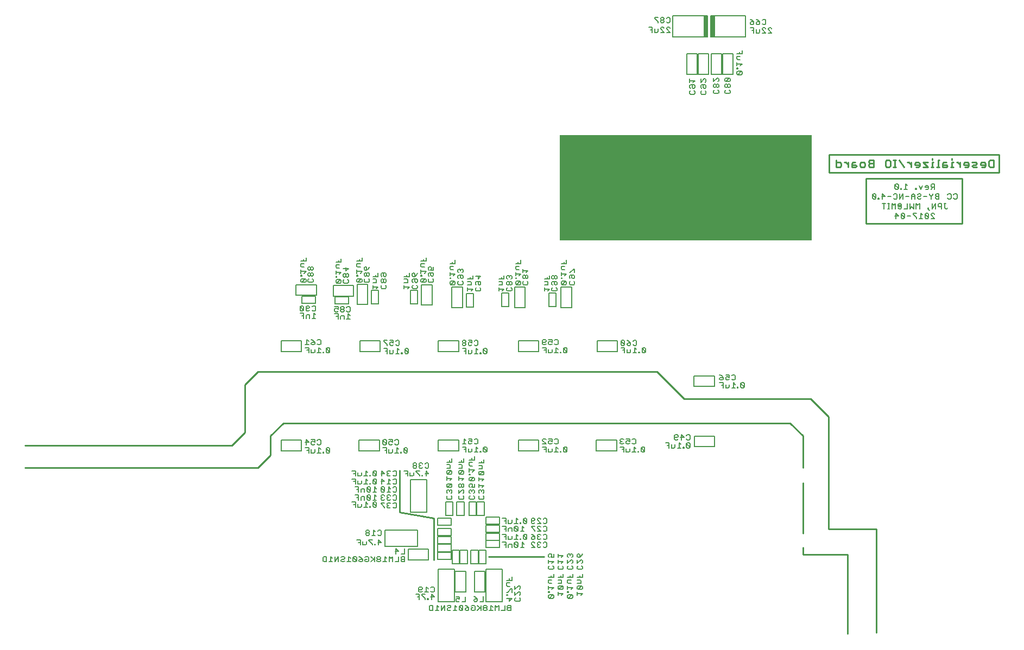
<source format=gbo>
G75*
%MOIN*%
%OFA0B0*%
%FSLAX24Y24*%
%IPPOS*%
%LPD*%
%AMOC8*
5,1,8,0,0,1.08239X$1,22.5*
%
%ADD10R,1.5500X0.6500*%
%ADD11C,0.0100*%
%ADD12C,0.0080*%
%ADD13C,0.0110*%
%ADD14C,0.0050*%
%ADD15R,0.0250X0.1300*%
D10*
X045321Y032519D03*
D11*
X054136Y033464D02*
X064569Y033464D01*
X064569Y034546D01*
X054136Y034546D01*
X054136Y033464D01*
X056400Y033070D02*
X062306Y033070D01*
X062306Y030314D01*
X056400Y030314D01*
X056400Y033070D01*
X043556Y021210D02*
X045229Y019537D01*
X053004Y019537D01*
X054087Y018454D01*
X054087Y011564D01*
X057040Y011564D01*
X057040Y005167D01*
X055268Y005117D02*
X055268Y009989D01*
X052512Y009989D01*
X052512Y010432D01*
X052512Y011269D02*
X052512Y014369D01*
X052512Y015304D02*
X052512Y017273D01*
X051725Y018060D01*
X020622Y018060D01*
X019835Y017273D01*
X019835Y016092D01*
X019048Y015304D01*
X004776Y015304D01*
X004776Y016682D02*
X017473Y016682D01*
X018260Y017470D01*
X018260Y020422D01*
X019048Y021210D01*
X043556Y021210D01*
X029874Y012204D02*
X029874Y009645D01*
X029874Y012204D02*
X027758Y012598D01*
X027758Y015157D01*
X033221Y009842D02*
X036617Y009842D01*
D12*
X023061Y009801D02*
X023061Y009587D01*
X023115Y009534D01*
X023275Y009534D01*
X023275Y009854D01*
X023115Y009854D01*
X023061Y009801D01*
X023429Y009534D02*
X023643Y009534D01*
X023536Y009534D02*
X023536Y009854D01*
X023643Y009748D01*
X023798Y009854D02*
X023798Y009534D01*
X024011Y009854D01*
X024011Y009534D01*
X024166Y009587D02*
X024219Y009534D01*
X024326Y009534D01*
X024380Y009587D01*
X024326Y009694D02*
X024219Y009694D01*
X024166Y009641D01*
X024166Y009587D01*
X024326Y009694D02*
X024380Y009748D01*
X024380Y009801D01*
X024326Y009854D01*
X024219Y009854D01*
X024166Y009801D01*
X024534Y009534D02*
X024748Y009534D01*
X024641Y009534D02*
X024641Y009854D01*
X024748Y009748D01*
X024903Y009801D02*
X025116Y009587D01*
X025063Y009534D01*
X024956Y009534D01*
X024903Y009587D01*
X024903Y009801D01*
X024956Y009854D01*
X025063Y009854D01*
X025116Y009801D01*
X025116Y009587D01*
X025271Y009587D02*
X025271Y009641D01*
X025324Y009694D01*
X025485Y009694D01*
X025485Y009587D01*
X025431Y009534D01*
X025324Y009534D01*
X025271Y009587D01*
X025378Y009801D02*
X025485Y009694D01*
X025378Y009801D02*
X025271Y009854D01*
X025639Y009801D02*
X025693Y009854D01*
X025799Y009854D01*
X025853Y009801D01*
X025853Y009587D01*
X025799Y009534D01*
X025693Y009534D01*
X025639Y009587D01*
X025639Y009694D01*
X025746Y009694D01*
X026008Y009534D02*
X026168Y009694D01*
X026221Y009641D02*
X026008Y009854D01*
X026221Y009854D02*
X026221Y009534D01*
X026376Y009587D02*
X026429Y009534D01*
X026536Y009534D01*
X026589Y009587D01*
X026589Y009641D01*
X026536Y009694D01*
X026429Y009694D01*
X026376Y009641D01*
X026376Y009587D01*
X026429Y009694D02*
X026376Y009748D01*
X026376Y009801D01*
X026429Y009854D01*
X026536Y009854D01*
X026589Y009801D01*
X026589Y009748D01*
X026536Y009694D01*
X026744Y009534D02*
X026958Y009534D01*
X026851Y009534D02*
X026851Y009854D01*
X026958Y009748D01*
X027113Y009854D02*
X027113Y009534D01*
X027326Y009534D02*
X027326Y009854D01*
X027219Y009748D01*
X027113Y009854D01*
X027534Y010026D02*
X027534Y010346D01*
X027694Y010186D01*
X027481Y010186D01*
X027694Y009854D02*
X027694Y009534D01*
X027481Y009534D01*
X027849Y009587D02*
X027849Y009641D01*
X027903Y009694D01*
X028063Y009694D01*
X028063Y009534D02*
X028063Y009854D01*
X027903Y009854D01*
X027849Y009801D01*
X027849Y009748D01*
X027903Y009694D01*
X027849Y009587D02*
X027903Y009534D01*
X028063Y009534D01*
X028063Y010026D02*
X027849Y010026D01*
X028063Y010026D02*
X028063Y010346D01*
X026636Y010731D02*
X026422Y010731D01*
X026475Y010891D02*
X026636Y010731D01*
X026475Y010571D02*
X026475Y010891D01*
X026475Y011161D02*
X026422Y011215D01*
X026475Y011161D02*
X026582Y011161D01*
X026636Y011215D01*
X026636Y011428D01*
X026582Y011482D01*
X026475Y011482D01*
X026422Y011428D01*
X026267Y011375D02*
X026161Y011482D01*
X026161Y011161D01*
X026267Y011161D02*
X026054Y011161D01*
X025899Y011215D02*
X025899Y011268D01*
X025846Y011321D01*
X025739Y011321D01*
X025685Y011268D01*
X025685Y011215D01*
X025739Y011161D01*
X025846Y011161D01*
X025899Y011215D01*
X025846Y011321D02*
X025899Y011375D01*
X025899Y011428D01*
X025846Y011482D01*
X025739Y011482D01*
X025685Y011428D01*
X025685Y011375D01*
X025739Y011321D01*
X025870Y010891D02*
X025870Y010838D01*
X026083Y010624D01*
X026083Y010571D01*
X026214Y010571D02*
X026214Y010624D01*
X026267Y010624D01*
X026267Y010571D01*
X026214Y010571D01*
X026083Y010891D02*
X025870Y010891D01*
X025715Y010784D02*
X025715Y010624D01*
X025661Y010571D01*
X025501Y010571D01*
X025501Y010784D01*
X025346Y010731D02*
X025240Y010731D01*
X025346Y010891D02*
X025133Y010891D01*
X025346Y010891D02*
X025346Y010571D01*
X025366Y012884D02*
X025206Y012884D01*
X025206Y013097D01*
X025051Y013044D02*
X024944Y013044D01*
X024838Y013204D02*
X025051Y013204D01*
X025051Y012884D01*
X025366Y012884D02*
X025420Y012937D01*
X025420Y013097D01*
X025390Y013327D02*
X025390Y013487D01*
X025444Y013540D01*
X025604Y013540D01*
X025604Y013327D01*
X025681Y013204D02*
X025681Y012884D01*
X025788Y012884D02*
X025574Y012884D01*
X025788Y013097D02*
X025681Y013204D01*
X025812Y013327D02*
X025919Y013327D01*
X025972Y013380D01*
X025758Y013594D01*
X025758Y013380D01*
X025812Y013327D01*
X025972Y013380D02*
X025972Y013594D01*
X025919Y013647D01*
X025812Y013647D01*
X025758Y013594D01*
X025812Y013819D02*
X025919Y013819D01*
X025972Y013872D01*
X025758Y014086D01*
X025758Y013872D01*
X025812Y013819D01*
X025972Y013872D02*
X025972Y014086D01*
X025919Y014139D01*
X025812Y014139D01*
X025758Y014086D01*
X025604Y014032D02*
X025444Y014032D01*
X025390Y013979D01*
X025390Y013819D01*
X025235Y013819D02*
X025235Y014139D01*
X025022Y014139D01*
X025051Y014311D02*
X025051Y014631D01*
X024838Y014631D01*
X024944Y014471D02*
X025051Y014471D01*
X025206Y014524D02*
X025206Y014311D01*
X025366Y014311D01*
X025420Y014364D01*
X025420Y014524D01*
X025574Y014311D02*
X025788Y014311D01*
X025681Y014311D02*
X025681Y014631D01*
X025788Y014524D01*
X025919Y014364D02*
X025919Y014311D01*
X025972Y014311D01*
X025972Y014364D01*
X025919Y014364D01*
X026127Y014364D02*
X026180Y014311D01*
X026287Y014311D01*
X026340Y014364D01*
X026127Y014578D01*
X026127Y014364D01*
X026340Y014364D02*
X026340Y014578D01*
X026287Y014631D01*
X026180Y014631D01*
X026127Y014578D01*
X026180Y014803D02*
X026127Y014856D01*
X026127Y015070D01*
X026340Y014856D01*
X026287Y014803D01*
X026180Y014803D01*
X026340Y014856D02*
X026340Y015070D01*
X026287Y015123D01*
X026180Y015123D01*
X026127Y015070D01*
X025972Y014856D02*
X025919Y014856D01*
X025919Y014803D01*
X025972Y014803D01*
X025972Y014856D01*
X025788Y014803D02*
X025574Y014803D01*
X025681Y014803D02*
X025681Y015123D01*
X025788Y015017D01*
X025420Y015017D02*
X025420Y014856D01*
X025366Y014803D01*
X025206Y014803D01*
X025206Y015017D01*
X025051Y014963D02*
X024944Y014963D01*
X024838Y015123D02*
X025051Y015123D01*
X025051Y014803D01*
X025129Y013979D02*
X025235Y013979D01*
X025235Y013647D02*
X025022Y013647D01*
X025129Y013487D02*
X025235Y013487D01*
X025235Y013327D02*
X025235Y013647D01*
X025604Y013819D02*
X025604Y014032D01*
X026127Y013819D02*
X026340Y013819D01*
X026234Y013819D02*
X026234Y014139D01*
X026340Y014032D01*
X026620Y014086D02*
X026834Y013872D01*
X026781Y013819D01*
X026674Y013819D01*
X026620Y013872D01*
X026620Y014086D01*
X026674Y014139D01*
X026781Y014139D01*
X026834Y014086D01*
X026834Y013872D01*
X026989Y013819D02*
X027202Y013819D01*
X027096Y013819D02*
X027096Y014139D01*
X027202Y014032D01*
X027357Y014086D02*
X027410Y014139D01*
X027517Y014139D01*
X027571Y014086D01*
X027571Y013872D01*
X027517Y013819D01*
X027410Y013819D01*
X027357Y013872D01*
X027410Y013647D02*
X027517Y013647D01*
X027571Y013594D01*
X027571Y013380D01*
X027517Y013327D01*
X027410Y013327D01*
X027357Y013380D01*
X027202Y013380D02*
X027149Y013327D01*
X027042Y013327D01*
X026989Y013380D01*
X026989Y013433D01*
X027042Y013487D01*
X027096Y013487D01*
X027042Y013487D02*
X026989Y013540D01*
X026989Y013594D01*
X027042Y013647D01*
X027149Y013647D01*
X027202Y013594D01*
X027357Y013594D02*
X027410Y013647D01*
X027410Y013155D02*
X027517Y013155D01*
X027571Y013101D01*
X027571Y012888D01*
X027517Y012834D01*
X027410Y012834D01*
X027357Y012888D01*
X027202Y012888D02*
X027149Y012834D01*
X027042Y012834D01*
X026989Y012888D01*
X026989Y012941D01*
X027042Y012995D01*
X027096Y012995D01*
X027042Y012995D02*
X026989Y013048D01*
X026989Y013101D01*
X027042Y013155D01*
X027149Y013155D01*
X027202Y013101D01*
X027357Y013101D02*
X027410Y013155D01*
X026834Y013155D02*
X026620Y013155D01*
X026620Y013101D01*
X026834Y012888D01*
X026834Y012834D01*
X026781Y013327D02*
X026834Y013380D01*
X026781Y013327D02*
X026674Y013327D01*
X026620Y013380D01*
X026620Y013433D01*
X026674Y013487D01*
X026727Y013487D01*
X026674Y013487D02*
X026620Y013540D01*
X026620Y013594D01*
X026674Y013647D01*
X026781Y013647D01*
X026834Y013594D01*
X026340Y013540D02*
X026234Y013647D01*
X026234Y013327D01*
X026340Y013327D02*
X026127Y013327D01*
X026180Y013204D02*
X026127Y013151D01*
X026340Y012937D01*
X026287Y012884D01*
X026180Y012884D01*
X026127Y012937D01*
X026127Y013151D01*
X026180Y013204D02*
X026287Y013204D01*
X026340Y013151D01*
X026340Y012937D01*
X025972Y012937D02*
X025919Y012937D01*
X025919Y012884D01*
X025972Y012884D01*
X025972Y012937D01*
X026674Y014311D02*
X026674Y014631D01*
X026834Y014471D01*
X026620Y014471D01*
X026674Y014803D02*
X026674Y015123D01*
X026834Y014963D01*
X026620Y014963D01*
X026989Y014910D02*
X026989Y014856D01*
X027042Y014803D01*
X027149Y014803D01*
X027202Y014856D01*
X027096Y014963D02*
X027042Y014963D01*
X026989Y014910D01*
X027042Y014963D02*
X026989Y015017D01*
X026989Y015070D01*
X027042Y015123D01*
X027149Y015123D01*
X027202Y015070D01*
X027357Y015070D02*
X027410Y015123D01*
X027517Y015123D01*
X027571Y015070D01*
X027571Y014856D01*
X027517Y014803D01*
X027410Y014803D01*
X027357Y014856D01*
X027410Y014631D02*
X027517Y014631D01*
X027571Y014578D01*
X027571Y014364D01*
X027517Y014311D01*
X027410Y014311D01*
X027357Y014364D01*
X027202Y014311D02*
X026989Y014311D01*
X027096Y014311D02*
X027096Y014631D01*
X027202Y014524D01*
X027357Y014578D02*
X027410Y014631D01*
X028037Y015123D02*
X028250Y015123D01*
X028250Y014803D01*
X028405Y014803D02*
X028405Y015017D01*
X028250Y014963D02*
X028143Y014963D01*
X028405Y014803D02*
X028565Y014803D01*
X028618Y014856D01*
X028618Y015017D01*
X028773Y015070D02*
X028987Y014856D01*
X028987Y014803D01*
X029117Y014803D02*
X029171Y014803D01*
X029171Y014856D01*
X029117Y014856D01*
X029117Y014803D01*
X029379Y014803D02*
X029379Y015123D01*
X029539Y014963D01*
X029326Y014963D01*
X029379Y015295D02*
X029326Y015348D01*
X029379Y015295D02*
X029486Y015295D01*
X029539Y015348D01*
X029539Y015562D01*
X029486Y015615D01*
X029379Y015615D01*
X029326Y015562D01*
X029171Y015562D02*
X029117Y015615D01*
X029011Y015615D01*
X028957Y015562D01*
X028957Y015509D01*
X029011Y015455D01*
X028957Y015402D01*
X028957Y015348D01*
X029011Y015295D01*
X029117Y015295D01*
X029171Y015348D01*
X029064Y015455D02*
X029011Y015455D01*
X028803Y015402D02*
X028749Y015455D01*
X028642Y015455D01*
X028589Y015402D01*
X028589Y015348D01*
X028642Y015295D01*
X028749Y015295D01*
X028803Y015348D01*
X028803Y015402D01*
X028749Y015455D02*
X028803Y015509D01*
X028803Y015562D01*
X028749Y015615D01*
X028642Y015615D01*
X028589Y015562D01*
X028589Y015509D01*
X028642Y015455D01*
X028773Y015123D02*
X028773Y015070D01*
X028773Y015123D02*
X028987Y015123D01*
X028190Y016227D02*
X028244Y016280D01*
X028030Y016494D01*
X028030Y016280D01*
X028084Y016227D01*
X028190Y016227D01*
X028244Y016280D02*
X028244Y016494D01*
X028190Y016547D01*
X028084Y016547D01*
X028030Y016494D01*
X027875Y016280D02*
X027822Y016280D01*
X027822Y016227D01*
X027875Y016227D01*
X027875Y016280D01*
X027691Y016227D02*
X027478Y016227D01*
X027585Y016227D02*
X027585Y016547D01*
X027691Y016441D01*
X027638Y016719D02*
X027691Y016773D01*
X027691Y016986D01*
X027638Y017039D01*
X027531Y017039D01*
X027478Y016986D01*
X027323Y017039D02*
X027323Y016879D01*
X027216Y016933D01*
X027163Y016933D01*
X027109Y016879D01*
X027109Y016773D01*
X027163Y016719D01*
X027270Y016719D01*
X027323Y016773D01*
X027478Y016773D02*
X027531Y016719D01*
X027638Y016719D01*
X027323Y016441D02*
X027323Y016280D01*
X027270Y016227D01*
X027109Y016227D01*
X027109Y016441D01*
X026955Y016387D02*
X026848Y016387D01*
X026955Y016227D02*
X026955Y016547D01*
X026741Y016547D01*
X026795Y016719D02*
X026901Y016719D01*
X026955Y016773D01*
X026741Y016986D01*
X026741Y016773D01*
X026795Y016719D01*
X026955Y016773D02*
X026955Y016986D01*
X026901Y017039D01*
X026795Y017039D01*
X026741Y016986D01*
X027109Y017039D02*
X027323Y017039D01*
X030653Y015662D02*
X030973Y015662D01*
X030973Y015875D01*
X030813Y015769D02*
X030813Y015662D01*
X030813Y015507D02*
X030653Y015507D01*
X030813Y015507D02*
X030866Y015454D01*
X030866Y015294D01*
X030653Y015294D01*
X030706Y015139D02*
X030653Y015085D01*
X030653Y014979D01*
X030706Y014925D01*
X030919Y015139D01*
X030706Y015139D01*
X030919Y015139D02*
X030973Y015085D01*
X030973Y014979D01*
X030919Y014925D01*
X030706Y014925D01*
X030653Y014770D02*
X030653Y014557D01*
X030653Y014664D02*
X030973Y014664D01*
X030866Y014557D01*
X030919Y014326D02*
X030706Y014112D01*
X030653Y014166D01*
X030653Y014273D01*
X030706Y014326D01*
X030919Y014326D01*
X030973Y014273D01*
X030973Y014166D01*
X030919Y014112D01*
X030706Y014112D01*
X030706Y013958D02*
X030653Y013904D01*
X030653Y013798D01*
X030706Y013744D01*
X030813Y013851D02*
X030813Y013904D01*
X030759Y013958D01*
X030706Y013958D01*
X030813Y013904D02*
X030866Y013958D01*
X030919Y013958D01*
X030973Y013904D01*
X030973Y013798D01*
X030919Y013744D01*
X030919Y013589D02*
X030973Y013536D01*
X030973Y013429D01*
X030919Y013376D01*
X030706Y013376D01*
X030653Y013429D01*
X030653Y013536D01*
X030706Y013589D01*
X031391Y013536D02*
X031391Y013429D01*
X031444Y013376D01*
X031658Y013376D01*
X031711Y013429D01*
X031711Y013536D01*
X031658Y013589D01*
X031658Y013744D02*
X031711Y013798D01*
X031711Y013904D01*
X031658Y013958D01*
X031604Y013958D01*
X031391Y013744D01*
X031391Y013958D01*
X031444Y014112D02*
X031498Y014112D01*
X031551Y014166D01*
X031551Y014273D01*
X031498Y014326D01*
X031444Y014326D01*
X031391Y014273D01*
X031391Y014166D01*
X031444Y014112D01*
X031551Y014166D02*
X031604Y014112D01*
X031658Y014112D01*
X031711Y014166D01*
X031711Y014273D01*
X031658Y014326D01*
X031604Y014326D01*
X031551Y014273D01*
X031604Y014557D02*
X031711Y014664D01*
X031391Y014664D01*
X031391Y014770D02*
X031391Y014557D01*
X031444Y014925D02*
X031658Y015139D01*
X031444Y015139D01*
X031391Y015085D01*
X031391Y014979D01*
X031444Y014925D01*
X031658Y014925D01*
X031711Y014979D01*
X031711Y015085D01*
X031658Y015139D01*
X031604Y015294D02*
X031604Y015454D01*
X031551Y015507D01*
X031391Y015507D01*
X031391Y015662D02*
X031711Y015662D01*
X031711Y015875D01*
X031551Y015769D02*
X031551Y015662D01*
X031604Y015294D02*
X031391Y015294D01*
X032031Y015274D02*
X032031Y015060D01*
X032031Y015167D02*
X032351Y015167D01*
X032244Y015060D01*
X032084Y014929D02*
X032084Y014876D01*
X032031Y014876D01*
X032031Y014929D01*
X032084Y014929D01*
X032084Y014721D02*
X032031Y014668D01*
X032031Y014561D01*
X032084Y014508D01*
X032297Y014721D01*
X032084Y014721D01*
X032084Y014508D02*
X032297Y014508D01*
X032351Y014561D01*
X032351Y014668D01*
X032297Y014721D01*
X032621Y014721D02*
X032621Y014508D01*
X032621Y014614D02*
X032941Y014614D01*
X032835Y014508D01*
X032621Y014326D02*
X032621Y014112D01*
X032621Y014219D02*
X032941Y014219D01*
X032835Y014112D01*
X032835Y013958D02*
X032781Y013904D01*
X032728Y013958D01*
X032674Y013958D01*
X032621Y013904D01*
X032621Y013798D01*
X032674Y013744D01*
X032781Y013851D02*
X032781Y013904D01*
X032835Y013958D02*
X032888Y013958D01*
X032941Y013904D01*
X032941Y013798D01*
X032888Y013744D01*
X032888Y013589D02*
X032941Y013536D01*
X032941Y013429D01*
X032888Y013376D01*
X032674Y013376D01*
X032621Y013429D01*
X032621Y013536D01*
X032674Y013589D01*
X032351Y013536D02*
X032351Y013429D01*
X032297Y013376D01*
X032084Y013376D01*
X032031Y013429D01*
X032031Y013536D01*
X032084Y013589D01*
X032084Y013744D02*
X032031Y013798D01*
X032031Y013904D01*
X032084Y013958D01*
X032137Y013958D01*
X032191Y013904D01*
X032191Y013851D01*
X032191Y013904D02*
X032244Y013958D01*
X032297Y013958D01*
X032351Y013904D01*
X032351Y013798D01*
X032297Y013744D01*
X032297Y013589D02*
X032351Y013536D01*
X032351Y014112D02*
X032191Y014112D01*
X032244Y014219D01*
X032244Y014273D01*
X032191Y014326D01*
X032084Y014326D01*
X032031Y014273D01*
X032031Y014166D01*
X032084Y014112D01*
X032351Y014112D02*
X032351Y014326D01*
X032674Y014876D02*
X032888Y015090D01*
X032674Y015090D01*
X032621Y015036D01*
X032621Y014929D01*
X032674Y014876D01*
X032888Y014876D01*
X032941Y014929D01*
X032941Y015036D01*
X032888Y015090D01*
X032835Y015244D02*
X032835Y015404D01*
X032781Y015458D01*
X032621Y015458D01*
X032621Y015613D02*
X032941Y015613D01*
X032941Y015826D01*
X032781Y015719D02*
X032781Y015613D01*
X032835Y015244D02*
X032621Y015244D01*
X032244Y015429D02*
X032084Y015429D01*
X032031Y015482D01*
X032031Y015642D01*
X032244Y015642D01*
X032191Y015797D02*
X032191Y015904D01*
X032351Y016010D02*
X032351Y015797D01*
X032031Y015797D01*
X031982Y016276D02*
X031982Y016490D01*
X031827Y016436D02*
X031720Y016436D01*
X031827Y016276D02*
X031827Y016596D01*
X031613Y016596D01*
X031613Y016768D02*
X031827Y016768D01*
X031720Y016768D02*
X031720Y017089D01*
X031827Y016982D01*
X031982Y016928D02*
X031982Y016822D01*
X032035Y016768D01*
X032142Y016768D01*
X032195Y016822D01*
X032195Y016928D02*
X032088Y016982D01*
X032035Y016982D01*
X031982Y016928D01*
X031982Y017089D02*
X032195Y017089D01*
X032195Y016928D01*
X032350Y016822D02*
X032403Y016768D01*
X032510Y016768D01*
X032563Y016822D01*
X032563Y017035D01*
X032510Y017089D01*
X032403Y017089D01*
X032350Y017035D01*
X032457Y016596D02*
X032457Y016276D01*
X032563Y016276D02*
X032350Y016276D01*
X032195Y016330D02*
X032142Y016276D01*
X031982Y016276D01*
X032195Y016330D02*
X032195Y016490D01*
X032457Y016596D02*
X032563Y016490D01*
X032694Y016330D02*
X032694Y016276D01*
X032748Y016276D01*
X032748Y016330D01*
X032694Y016330D01*
X032902Y016330D02*
X032902Y016543D01*
X033116Y016330D01*
X033062Y016276D01*
X032956Y016276D01*
X032902Y016330D01*
X032902Y016543D02*
X032956Y016596D01*
X033062Y016596D01*
X033116Y016543D01*
X033116Y016330D01*
X036534Y016596D02*
X036748Y016596D01*
X036748Y016276D01*
X036903Y016276D02*
X036903Y016490D01*
X036748Y016436D02*
X036641Y016436D01*
X036903Y016276D02*
X037063Y016276D01*
X037116Y016330D01*
X037116Y016490D01*
X037271Y016276D02*
X037485Y016276D01*
X037378Y016276D02*
X037378Y016596D01*
X037485Y016490D01*
X037615Y016330D02*
X037615Y016276D01*
X037669Y016276D01*
X037669Y016330D01*
X037615Y016330D01*
X037824Y016330D02*
X037877Y016276D01*
X037984Y016276D01*
X038037Y016330D01*
X037824Y016543D01*
X037824Y016330D01*
X038037Y016330D02*
X038037Y016543D01*
X037984Y016596D01*
X037877Y016596D01*
X037824Y016543D01*
X037485Y016822D02*
X037431Y016768D01*
X037324Y016768D01*
X037271Y016822D01*
X037116Y016822D02*
X037063Y016768D01*
X036956Y016768D01*
X036903Y016822D01*
X036903Y016928D01*
X036956Y016982D01*
X037010Y016982D01*
X037116Y016928D01*
X037116Y017089D01*
X036903Y017089D01*
X036748Y017035D02*
X036695Y017089D01*
X036588Y017089D01*
X036534Y017035D01*
X036534Y016982D01*
X036748Y016768D01*
X036534Y016768D01*
X037271Y017035D02*
X037324Y017089D01*
X037431Y017089D01*
X037485Y017035D01*
X037485Y016822D01*
X041308Y016822D02*
X041361Y016768D01*
X041468Y016768D01*
X041522Y016822D01*
X041415Y016928D02*
X041361Y016928D01*
X041308Y016875D01*
X041308Y016822D01*
X041361Y016928D02*
X041308Y016982D01*
X041308Y017035D01*
X041361Y017089D01*
X041468Y017089D01*
X041522Y017035D01*
X041676Y017089D02*
X041890Y017089D01*
X041890Y016928D01*
X041783Y016982D01*
X041730Y016982D01*
X041676Y016928D01*
X041676Y016822D01*
X041730Y016768D01*
X041837Y016768D01*
X041890Y016822D01*
X042045Y016822D02*
X042098Y016768D01*
X042205Y016768D01*
X042258Y016822D01*
X042258Y017035D01*
X042205Y017089D01*
X042098Y017089D01*
X042045Y017035D01*
X042151Y016596D02*
X042151Y016276D01*
X042045Y016276D02*
X042258Y016276D01*
X042389Y016276D02*
X042442Y016276D01*
X042442Y016330D01*
X042389Y016330D01*
X042389Y016276D01*
X042597Y016330D02*
X042597Y016543D01*
X042811Y016330D01*
X042757Y016276D01*
X042651Y016276D01*
X042597Y016330D01*
X042597Y016543D02*
X042651Y016596D01*
X042757Y016596D01*
X042811Y016543D01*
X042811Y016330D01*
X042258Y016490D02*
X042151Y016596D01*
X041890Y016490D02*
X041890Y016330D01*
X041837Y016276D01*
X041676Y016276D01*
X041676Y016490D01*
X041522Y016436D02*
X041415Y016436D01*
X041522Y016276D02*
X041522Y016596D01*
X041308Y016596D01*
X044080Y016843D02*
X044293Y016843D01*
X044293Y016522D01*
X044448Y016522D02*
X044448Y016736D01*
X044293Y016682D02*
X044187Y016682D01*
X044448Y016522D02*
X044608Y016522D01*
X044662Y016576D01*
X044662Y016736D01*
X044816Y016522D02*
X045030Y016522D01*
X044923Y016522D02*
X044923Y016843D01*
X045030Y016736D01*
X045161Y016576D02*
X045161Y016522D01*
X045214Y016522D01*
X045214Y016576D01*
X045161Y016576D01*
X045369Y016576D02*
X045422Y016522D01*
X045529Y016522D01*
X045582Y016576D01*
X045369Y016789D01*
X045369Y016576D01*
X045369Y016789D02*
X045422Y016843D01*
X045529Y016843D01*
X045582Y016789D01*
X045582Y016576D01*
X045529Y017014D02*
X045422Y017014D01*
X045369Y017068D01*
X045529Y017014D02*
X045582Y017068D01*
X045582Y017281D01*
X045529Y017335D01*
X045422Y017335D01*
X045369Y017281D01*
X045214Y017175D02*
X045001Y017175D01*
X044846Y017228D02*
X044792Y017175D01*
X044632Y017175D01*
X044632Y017281D02*
X044686Y017335D01*
X044792Y017335D01*
X044846Y017281D01*
X044846Y017228D01*
X044846Y017068D02*
X044792Y017014D01*
X044686Y017014D01*
X044632Y017068D01*
X044632Y017281D01*
X045054Y017335D02*
X045214Y017175D01*
X045054Y017014D02*
X045054Y017335D01*
X047624Y020213D02*
X047624Y020533D01*
X047410Y020533D01*
X047464Y020705D02*
X047410Y020759D01*
X047410Y020812D01*
X047464Y020865D01*
X047624Y020865D01*
X047624Y020759D01*
X047571Y020705D01*
X047464Y020705D01*
X047624Y020865D02*
X047517Y020972D01*
X047410Y021026D01*
X047779Y021026D02*
X047992Y021026D01*
X047992Y020865D01*
X047886Y020919D01*
X047832Y020919D01*
X047779Y020865D01*
X047779Y020759D01*
X047832Y020705D01*
X047939Y020705D01*
X047992Y020759D01*
X048147Y020759D02*
X048200Y020705D01*
X048307Y020705D01*
X048361Y020759D01*
X048361Y020972D01*
X048307Y021026D01*
X048200Y021026D01*
X048147Y020972D01*
X048254Y020533D02*
X048254Y020213D01*
X048361Y020213D02*
X048147Y020213D01*
X047992Y020267D02*
X047939Y020213D01*
X047779Y020213D01*
X047779Y020427D01*
X047624Y020373D02*
X047517Y020373D01*
X047992Y020427D02*
X047992Y020267D01*
X048254Y020533D02*
X048361Y020427D01*
X048491Y020267D02*
X048491Y020213D01*
X048545Y020213D01*
X048545Y020267D01*
X048491Y020267D01*
X048700Y020267D02*
X048753Y020213D01*
X048860Y020213D01*
X048913Y020267D01*
X048700Y020480D01*
X048700Y020267D01*
X048913Y020267D02*
X048913Y020480D01*
X048860Y020533D01*
X048753Y020533D01*
X048700Y020480D01*
X042860Y022432D02*
X042646Y022645D01*
X042646Y022432D01*
X042700Y022379D01*
X042807Y022379D01*
X042860Y022432D01*
X042860Y022645D01*
X042807Y022699D01*
X042700Y022699D01*
X042646Y022645D01*
X042492Y022432D02*
X042438Y022432D01*
X042438Y022379D01*
X042492Y022379D01*
X042492Y022432D01*
X042307Y022379D02*
X042094Y022379D01*
X042201Y022379D02*
X042201Y022699D01*
X042307Y022592D01*
X042254Y022821D02*
X042147Y022821D01*
X042094Y022875D01*
X041939Y022875D02*
X041886Y022821D01*
X041779Y022821D01*
X041726Y022875D01*
X041726Y022928D01*
X041779Y022982D01*
X041939Y022982D01*
X041939Y022875D01*
X041939Y022982D02*
X041832Y023088D01*
X041726Y023142D01*
X041571Y023088D02*
X041517Y023142D01*
X041411Y023142D01*
X041357Y023088D01*
X041571Y022875D01*
X041517Y022821D01*
X041411Y022821D01*
X041357Y022875D01*
X041357Y023088D01*
X041571Y023088D02*
X041571Y022875D01*
X041571Y022699D02*
X041357Y022699D01*
X041464Y022539D02*
X041571Y022539D01*
X041571Y022379D02*
X041571Y022699D01*
X041726Y022592D02*
X041726Y022379D01*
X041886Y022379D01*
X041939Y022432D01*
X041939Y022592D01*
X042254Y022821D02*
X042307Y022875D01*
X042307Y023088D01*
X042254Y023142D01*
X042147Y023142D01*
X042094Y023088D01*
X038037Y022645D02*
X038037Y022432D01*
X037824Y022645D01*
X037824Y022432D01*
X037877Y022379D01*
X037984Y022379D01*
X038037Y022432D01*
X038037Y022645D02*
X037984Y022699D01*
X037877Y022699D01*
X037824Y022645D01*
X037669Y022432D02*
X037615Y022432D01*
X037615Y022379D01*
X037669Y022379D01*
X037669Y022432D01*
X037485Y022379D02*
X037271Y022379D01*
X037378Y022379D02*
X037378Y022699D01*
X037485Y022592D01*
X037431Y022871D02*
X037324Y022871D01*
X037271Y022924D01*
X037116Y022924D02*
X037063Y022871D01*
X036956Y022871D01*
X036903Y022924D01*
X036903Y023031D01*
X036956Y023084D01*
X037010Y023084D01*
X037116Y023031D01*
X037116Y023191D01*
X036903Y023191D01*
X036748Y023138D02*
X036748Y023084D01*
X036695Y023031D01*
X036534Y023031D01*
X036534Y022924D02*
X036534Y023138D01*
X036588Y023191D01*
X036695Y023191D01*
X036748Y023138D01*
X036748Y022924D02*
X036695Y022871D01*
X036588Y022871D01*
X036534Y022924D01*
X036534Y022699D02*
X036748Y022699D01*
X036748Y022379D01*
X036903Y022379D02*
X036903Y022592D01*
X036748Y022539D02*
X036641Y022539D01*
X036903Y022379D02*
X037063Y022379D01*
X037116Y022432D01*
X037116Y022592D01*
X037431Y022871D02*
X037485Y022924D01*
X037485Y023138D01*
X037431Y023191D01*
X037324Y023191D01*
X037271Y023138D01*
X033116Y022596D02*
X033062Y022650D01*
X032956Y022650D01*
X032902Y022596D01*
X033116Y022383D01*
X033062Y022329D01*
X032956Y022329D01*
X032902Y022383D01*
X032902Y022596D01*
X033116Y022596D02*
X033116Y022383D01*
X032748Y022383D02*
X032694Y022383D01*
X032694Y022329D01*
X032748Y022329D01*
X032748Y022383D01*
X032563Y022329D02*
X032350Y022329D01*
X032457Y022329D02*
X032457Y022650D01*
X032563Y022543D01*
X032510Y022821D02*
X032403Y022821D01*
X032350Y022875D01*
X032195Y022875D02*
X032142Y022821D01*
X032035Y022821D01*
X031982Y022875D01*
X031982Y022982D01*
X032035Y023035D01*
X032088Y023035D01*
X032195Y022982D01*
X032195Y023142D01*
X031982Y023142D01*
X031827Y023088D02*
X031773Y023142D01*
X031667Y023142D01*
X031613Y023088D01*
X031613Y023035D01*
X031667Y022982D01*
X031773Y022982D01*
X031827Y023035D01*
X031827Y023088D01*
X031773Y022982D02*
X031827Y022928D01*
X031827Y022875D01*
X031773Y022821D01*
X031667Y022821D01*
X031613Y022875D01*
X031613Y022928D01*
X031667Y022982D01*
X031613Y022650D02*
X031827Y022650D01*
X031827Y022329D01*
X031982Y022329D02*
X031982Y022543D01*
X031827Y022490D02*
X031720Y022490D01*
X031982Y022329D02*
X032142Y022329D01*
X032195Y022383D01*
X032195Y022543D01*
X032510Y022821D02*
X032563Y022875D01*
X032563Y023088D01*
X032510Y023142D01*
X032403Y023142D01*
X032350Y023088D01*
X028293Y022596D02*
X028240Y022650D01*
X028133Y022650D01*
X028079Y022596D01*
X028293Y022383D01*
X028240Y022329D01*
X028133Y022329D01*
X028079Y022383D01*
X028079Y022596D01*
X028293Y022596D02*
X028293Y022383D01*
X027925Y022383D02*
X027871Y022383D01*
X027871Y022329D01*
X027925Y022329D01*
X027925Y022383D01*
X027741Y022329D02*
X027527Y022329D01*
X027634Y022329D02*
X027634Y022650D01*
X027741Y022543D01*
X027687Y022821D02*
X027580Y022821D01*
X027527Y022875D01*
X027372Y022875D02*
X027319Y022821D01*
X027212Y022821D01*
X027159Y022875D01*
X027159Y022982D01*
X027212Y023035D01*
X027265Y023035D01*
X027372Y022982D01*
X027372Y023142D01*
X027159Y023142D01*
X027004Y023142D02*
X026790Y023142D01*
X026790Y023088D01*
X027004Y022875D01*
X027004Y022821D01*
X027004Y022650D02*
X026790Y022650D01*
X026897Y022490D02*
X027004Y022490D01*
X027004Y022650D02*
X027004Y022329D01*
X027159Y022329D02*
X027159Y022543D01*
X027372Y022543D02*
X027372Y022383D01*
X027319Y022329D01*
X027159Y022329D01*
X027687Y022821D02*
X027741Y022875D01*
X027741Y023088D01*
X027687Y023142D01*
X027580Y023142D01*
X027527Y023088D01*
X024716Y024449D02*
X024503Y024449D01*
X024610Y024449D02*
X024610Y024769D01*
X024716Y024662D01*
X024663Y024892D02*
X024556Y024892D01*
X024503Y024945D01*
X024348Y024945D02*
X024348Y024998D01*
X024295Y025052D01*
X024188Y025052D01*
X024134Y024998D01*
X024134Y024945D01*
X024188Y024892D01*
X024295Y024892D01*
X024348Y024945D01*
X024295Y025052D02*
X024348Y025105D01*
X024348Y025158D01*
X024295Y025212D01*
X024188Y025212D01*
X024134Y025158D01*
X024134Y025105D01*
X024188Y025052D01*
X023980Y025052D02*
X023873Y025105D01*
X023820Y025105D01*
X023766Y025052D01*
X023766Y024945D01*
X023820Y024892D01*
X023926Y024892D01*
X023980Y024945D01*
X023980Y025052D02*
X023980Y025212D01*
X023766Y025212D01*
X023766Y024769D02*
X023980Y024769D01*
X023980Y024449D01*
X024134Y024449D02*
X024134Y024609D01*
X024188Y024662D01*
X024348Y024662D01*
X024348Y024449D01*
X023980Y024609D02*
X023873Y024609D01*
X024503Y025158D02*
X024556Y025212D01*
X024663Y025212D01*
X024716Y025158D01*
X024716Y024945D01*
X024663Y024892D01*
X026125Y026319D02*
X026125Y026532D01*
X026125Y026425D02*
X026445Y026425D01*
X026339Y026319D01*
X026617Y026372D02*
X026617Y026479D01*
X026671Y026532D01*
X026671Y026687D02*
X026724Y026687D01*
X026777Y026740D01*
X026777Y026847D01*
X026724Y026901D01*
X026671Y026901D01*
X026617Y026847D01*
X026617Y026740D01*
X026671Y026687D01*
X026777Y026740D02*
X026831Y026687D01*
X026884Y026687D01*
X026937Y026740D01*
X026937Y026847D01*
X026884Y026901D01*
X026831Y026901D01*
X026777Y026847D01*
X026831Y027055D02*
X026777Y027109D01*
X026777Y027269D01*
X026671Y027269D02*
X026884Y027269D01*
X026937Y027216D01*
X026937Y027109D01*
X026884Y027055D01*
X026831Y027055D01*
X026671Y027055D02*
X026617Y027109D01*
X026617Y027216D01*
X026671Y027269D01*
X026445Y027269D02*
X026445Y027055D01*
X026125Y027055D01*
X026125Y026901D02*
X026285Y026901D01*
X026339Y026847D01*
X026339Y026687D01*
X026125Y026687D01*
X025901Y026766D02*
X025847Y026712D01*
X025634Y026712D01*
X025581Y026766D01*
X025581Y026873D01*
X025634Y026926D01*
X025634Y027081D02*
X025687Y027081D01*
X025741Y027134D01*
X025741Y027241D01*
X025687Y027294D01*
X025634Y027294D01*
X025581Y027241D01*
X025581Y027134D01*
X025634Y027081D01*
X025741Y027134D02*
X025794Y027081D01*
X025847Y027081D01*
X025901Y027134D01*
X025901Y027241D01*
X025847Y027294D01*
X025794Y027294D01*
X025741Y027241D01*
X025741Y027449D02*
X025741Y027609D01*
X025687Y027663D01*
X025634Y027663D01*
X025581Y027609D01*
X025581Y027502D01*
X025634Y027449D01*
X025741Y027449D01*
X025847Y027556D01*
X025901Y027663D01*
X025458Y027372D02*
X025138Y027372D01*
X025138Y027478D02*
X025138Y027265D01*
X025138Y027134D02*
X025138Y027081D01*
X025191Y027081D01*
X025191Y027134D01*
X025138Y027134D01*
X025191Y026926D02*
X025138Y026873D01*
X025138Y026766D01*
X025191Y026712D01*
X025405Y026926D01*
X025191Y026926D01*
X025405Y026926D02*
X025458Y026873D01*
X025458Y026766D01*
X025405Y026712D01*
X025191Y026712D01*
X024621Y026717D02*
X024568Y026663D01*
X024354Y026663D01*
X024301Y026717D01*
X024301Y026823D01*
X024354Y026877D01*
X024354Y027032D02*
X024408Y027032D01*
X024461Y027085D01*
X024461Y027192D01*
X024408Y027245D01*
X024354Y027245D01*
X024301Y027192D01*
X024301Y027085D01*
X024354Y027032D01*
X024461Y027085D02*
X024515Y027032D01*
X024568Y027032D01*
X024621Y027085D01*
X024621Y027192D01*
X024568Y027245D01*
X024515Y027245D01*
X024461Y027192D01*
X024461Y027400D02*
X024461Y027613D01*
X024301Y027560D02*
X024621Y027560D01*
X024461Y027400D01*
X024178Y027322D02*
X023858Y027322D01*
X023858Y027216D02*
X023858Y027429D01*
X023911Y027584D02*
X023858Y027637D01*
X023858Y027798D01*
X024072Y027798D01*
X024018Y027952D02*
X024018Y028059D01*
X023858Y027952D02*
X024178Y027952D01*
X024178Y028166D01*
X024072Y027584D02*
X023911Y027584D01*
X024178Y027322D02*
X024072Y027216D01*
X023911Y027085D02*
X023858Y027085D01*
X023858Y027032D01*
X023911Y027032D01*
X023911Y027085D01*
X023911Y026877D02*
X023858Y026823D01*
X023858Y026717D01*
X023911Y026663D01*
X024125Y026877D01*
X023911Y026877D01*
X023911Y026663D02*
X024125Y026663D01*
X024178Y026717D01*
X024178Y026823D01*
X024125Y026877D01*
X024568Y026877D02*
X024621Y026823D01*
X024621Y026717D01*
X025351Y027265D02*
X025458Y027372D01*
X025351Y027633D02*
X025191Y027633D01*
X025138Y027687D01*
X025138Y027847D01*
X025351Y027847D01*
X025298Y028002D02*
X025298Y028108D01*
X025138Y028002D02*
X025458Y028002D01*
X025458Y028215D01*
X026285Y027162D02*
X026285Y027055D01*
X025901Y026873D02*
X025901Y026766D01*
X025901Y026873D02*
X025847Y026926D01*
X026617Y026372D02*
X026671Y026319D01*
X026884Y026319D01*
X026937Y026372D01*
X026937Y026479D01*
X026884Y026532D01*
X028044Y026532D02*
X028044Y026319D01*
X028044Y026425D02*
X028365Y026425D01*
X028258Y026319D01*
X028536Y026372D02*
X028536Y026479D01*
X028590Y026532D01*
X028590Y026687D02*
X028536Y026740D01*
X028536Y026847D01*
X028590Y026901D01*
X028803Y026901D01*
X028857Y026847D01*
X028857Y026740D01*
X028803Y026687D01*
X028750Y026687D01*
X028697Y026740D01*
X028697Y026901D01*
X028697Y027055D02*
X028697Y027216D01*
X028643Y027269D01*
X028590Y027269D01*
X028536Y027216D01*
X028536Y027109D01*
X028590Y027055D01*
X028697Y027055D01*
X028803Y027162D01*
X028857Y027269D01*
X029075Y027265D02*
X029075Y027478D01*
X029075Y027372D02*
X029395Y027372D01*
X029288Y027265D01*
X029128Y027134D02*
X029075Y027134D01*
X029075Y027081D01*
X029128Y027081D01*
X029128Y027134D01*
X029128Y026926D02*
X029075Y026873D01*
X029075Y026766D01*
X029128Y026712D01*
X029342Y026926D01*
X029128Y026926D01*
X029342Y026926D02*
X029395Y026873D01*
X029395Y026766D01*
X029342Y026712D01*
X029128Y026712D01*
X028857Y026479D02*
X028857Y026372D01*
X028803Y026319D01*
X028590Y026319D01*
X028536Y026372D01*
X028803Y026532D02*
X028857Y026479D01*
X028258Y026687D02*
X028258Y026847D01*
X028204Y026901D01*
X028044Y026901D01*
X028044Y027055D02*
X028365Y027055D01*
X028365Y027269D01*
X028204Y027162D02*
X028204Y027055D01*
X028258Y026687D02*
X028044Y026687D01*
X029075Y027687D02*
X029075Y027847D01*
X029288Y027847D01*
X029235Y028002D02*
X029235Y028108D01*
X029395Y028002D02*
X029395Y028215D01*
X029395Y028002D02*
X029075Y028002D01*
X029075Y027687D02*
X029128Y027633D01*
X029288Y027633D01*
X029518Y027609D02*
X029518Y027502D01*
X029571Y027449D01*
X029678Y027449D02*
X029731Y027556D01*
X029731Y027609D01*
X029678Y027663D01*
X029571Y027663D01*
X029518Y027609D01*
X029678Y027449D02*
X029838Y027449D01*
X029838Y027663D01*
X029784Y027294D02*
X029838Y027241D01*
X029838Y027134D01*
X029784Y027081D01*
X029731Y027081D01*
X029678Y027134D01*
X029678Y027294D01*
X029784Y027294D02*
X029571Y027294D01*
X029518Y027241D01*
X029518Y027134D01*
X029571Y027081D01*
X029571Y026926D02*
X029518Y026873D01*
X029518Y026766D01*
X029571Y026712D01*
X029784Y026712D01*
X029838Y026766D01*
X029838Y026873D01*
X029784Y026926D01*
X030846Y026933D02*
X030846Y026986D01*
X030900Y026986D01*
X030900Y026933D01*
X030846Y026933D01*
X030900Y026778D02*
X030846Y026725D01*
X030846Y026618D01*
X030900Y026565D01*
X031113Y026778D01*
X030900Y026778D01*
X031113Y026778D02*
X031167Y026725D01*
X031167Y026618D01*
X031113Y026565D01*
X030900Y026565D01*
X031338Y026618D02*
X031338Y026725D01*
X031392Y026778D01*
X031392Y026933D02*
X031338Y026986D01*
X031338Y027093D01*
X031392Y027147D01*
X031605Y027147D01*
X031659Y027093D01*
X031659Y026986D01*
X031605Y026933D01*
X031552Y026933D01*
X031499Y026986D01*
X031499Y027147D01*
X031605Y027301D02*
X031659Y027355D01*
X031659Y027462D01*
X031605Y027515D01*
X031552Y027515D01*
X031499Y027462D01*
X031445Y027515D01*
X031392Y027515D01*
X031338Y027462D01*
X031338Y027355D01*
X031392Y027301D01*
X031499Y027408D02*
X031499Y027462D01*
X031167Y027224D02*
X030846Y027224D01*
X030846Y027117D02*
X030846Y027331D01*
X030900Y027486D02*
X030846Y027539D01*
X030846Y027699D01*
X031060Y027699D01*
X031006Y027854D02*
X031006Y027961D01*
X030846Y027854D02*
X031167Y027854D01*
X031167Y028067D01*
X031060Y027486D02*
X030900Y027486D01*
X031167Y027224D02*
X031060Y027117D01*
X031338Y026618D02*
X031392Y026565D01*
X031605Y026565D01*
X031659Y026618D01*
X031659Y026725D01*
X031605Y026778D01*
X031932Y026753D02*
X032092Y026753D01*
X032146Y026700D01*
X032146Y026539D01*
X031932Y026539D01*
X031932Y026385D02*
X031932Y026171D01*
X031932Y026278D02*
X032252Y026278D01*
X032146Y026171D01*
X032424Y026224D02*
X032424Y026331D01*
X032478Y026385D01*
X032478Y026539D02*
X032424Y026593D01*
X032424Y026700D01*
X032478Y026753D01*
X032691Y026753D01*
X032745Y026700D01*
X032745Y026593D01*
X032691Y026539D01*
X032638Y026539D01*
X032584Y026593D01*
X032584Y026753D01*
X032584Y026908D02*
X032584Y027121D01*
X032424Y027068D02*
X032745Y027068D01*
X032584Y026908D01*
X032252Y026908D02*
X032252Y027121D01*
X032092Y027014D02*
X032092Y026908D01*
X031932Y026908D02*
X032252Y026908D01*
X032691Y026385D02*
X032745Y026331D01*
X032745Y026224D01*
X032691Y026171D01*
X032478Y026171D01*
X032424Y026224D01*
X033851Y026171D02*
X033851Y026385D01*
X033851Y026278D02*
X034172Y026278D01*
X034065Y026171D01*
X034344Y026224D02*
X034344Y026331D01*
X034397Y026385D01*
X034397Y026539D02*
X034344Y026593D01*
X034344Y026700D01*
X034397Y026753D01*
X034450Y026753D01*
X034504Y026700D01*
X034504Y026593D01*
X034557Y026539D01*
X034610Y026539D01*
X034664Y026593D01*
X034664Y026700D01*
X034610Y026753D01*
X034557Y026753D01*
X034504Y026700D01*
X034504Y026593D02*
X034450Y026539D01*
X034397Y026539D01*
X034610Y026385D02*
X034664Y026331D01*
X034664Y026224D01*
X034610Y026171D01*
X034397Y026171D01*
X034344Y026224D01*
X034065Y026539D02*
X034065Y026700D01*
X034012Y026753D01*
X033851Y026753D01*
X033851Y026908D02*
X034172Y026908D01*
X034172Y027121D01*
X034344Y027068D02*
X034344Y026961D01*
X034397Y026908D01*
X034504Y027014D02*
X034504Y027068D01*
X034450Y027121D01*
X034397Y027121D01*
X034344Y027068D01*
X034504Y027068D02*
X034557Y027121D01*
X034610Y027121D01*
X034664Y027068D01*
X034664Y026961D01*
X034610Y026908D01*
X034882Y026933D02*
X034882Y026986D01*
X034935Y026986D01*
X034935Y026933D01*
X034882Y026933D01*
X034935Y026778D02*
X034882Y026725D01*
X034882Y026618D01*
X034935Y026565D01*
X035149Y026778D01*
X034935Y026778D01*
X034935Y026565D02*
X035149Y026565D01*
X035202Y026618D01*
X035202Y026725D01*
X035149Y026778D01*
X035325Y026725D02*
X035378Y026778D01*
X035325Y026725D02*
X035325Y026618D01*
X035378Y026565D01*
X035592Y026565D01*
X035645Y026618D01*
X035645Y026725D01*
X035592Y026778D01*
X035592Y026933D02*
X035538Y026933D01*
X035485Y026986D01*
X035485Y027093D01*
X035431Y027147D01*
X035378Y027147D01*
X035325Y027093D01*
X035325Y026986D01*
X035378Y026933D01*
X035431Y026933D01*
X035485Y026986D01*
X035485Y027093D02*
X035538Y027147D01*
X035592Y027147D01*
X035645Y027093D01*
X035645Y026986D01*
X035592Y026933D01*
X035538Y027301D02*
X035645Y027408D01*
X035325Y027408D01*
X035325Y027301D02*
X035325Y027515D01*
X035095Y027486D02*
X034935Y027486D01*
X034882Y027539D01*
X034882Y027699D01*
X035095Y027699D01*
X035042Y027854D02*
X035042Y027961D01*
X035202Y028067D02*
X035202Y027854D01*
X034882Y027854D01*
X034882Y027331D02*
X034882Y027117D01*
X034882Y027224D02*
X035202Y027224D01*
X035095Y027117D01*
X034012Y027014D02*
X034012Y026908D01*
X034065Y026539D02*
X033851Y026539D01*
X036657Y026539D02*
X036870Y026539D01*
X036870Y026700D01*
X036817Y026753D01*
X036657Y026753D01*
X036657Y026908D02*
X036977Y026908D01*
X036977Y027121D01*
X037099Y027068D02*
X037099Y026961D01*
X037153Y026908D01*
X037206Y026908D01*
X037260Y026961D01*
X037260Y027068D01*
X037206Y027121D01*
X037153Y027121D01*
X037099Y027068D01*
X037260Y027068D02*
X037313Y027121D01*
X037366Y027121D01*
X037420Y027068D01*
X037420Y026961D01*
X037366Y026908D01*
X037313Y026908D01*
X037260Y026961D01*
X037260Y026753D02*
X037260Y026593D01*
X037313Y026539D01*
X037366Y026539D01*
X037420Y026593D01*
X037420Y026700D01*
X037366Y026753D01*
X037153Y026753D01*
X037099Y026700D01*
X037099Y026593D01*
X037153Y026539D01*
X037153Y026385D02*
X037099Y026331D01*
X037099Y026224D01*
X037153Y026171D01*
X037366Y026171D01*
X037420Y026224D01*
X037420Y026331D01*
X037366Y026385D01*
X037687Y026618D02*
X037740Y026565D01*
X037954Y026778D01*
X037740Y026778D01*
X037687Y026725D01*
X037687Y026618D01*
X037740Y026565D02*
X037954Y026565D01*
X038007Y026618D01*
X038007Y026725D01*
X037954Y026778D01*
X038179Y026725D02*
X038232Y026778D01*
X038179Y026725D02*
X038179Y026618D01*
X038232Y026565D01*
X038446Y026565D01*
X038499Y026618D01*
X038499Y026725D01*
X038446Y026778D01*
X038446Y026933D02*
X038392Y026933D01*
X038339Y026986D01*
X038339Y027147D01*
X038232Y027147D02*
X038446Y027147D01*
X038499Y027093D01*
X038499Y026986D01*
X038446Y026933D01*
X038232Y026933D02*
X038179Y026986D01*
X038179Y027093D01*
X038232Y027147D01*
X038232Y027301D02*
X038179Y027301D01*
X038232Y027301D02*
X038446Y027515D01*
X038499Y027515D01*
X038499Y027301D01*
X038007Y027224D02*
X037687Y027224D01*
X037687Y027117D02*
X037687Y027331D01*
X037740Y027486D02*
X037687Y027539D01*
X037687Y027699D01*
X037900Y027699D01*
X037847Y027854D02*
X037847Y027961D01*
X038007Y028067D02*
X038007Y027854D01*
X037687Y027854D01*
X037740Y027486D02*
X037900Y027486D01*
X038007Y027224D02*
X037900Y027117D01*
X037740Y026986D02*
X037687Y026986D01*
X037687Y026933D01*
X037740Y026933D01*
X037740Y026986D01*
X036817Y027014D02*
X036817Y026908D01*
X036657Y026385D02*
X036657Y026171D01*
X036657Y026278D02*
X036977Y026278D01*
X036870Y026171D01*
X023470Y022645D02*
X023470Y022432D01*
X023257Y022645D01*
X023257Y022432D01*
X023310Y022379D01*
X023417Y022379D01*
X023470Y022432D01*
X023470Y022645D02*
X023417Y022699D01*
X023310Y022699D01*
X023257Y022645D01*
X023102Y022432D02*
X023048Y022432D01*
X023048Y022379D01*
X023102Y022379D01*
X023102Y022432D01*
X022918Y022379D02*
X022704Y022379D01*
X022811Y022379D02*
X022811Y022699D01*
X022918Y022592D01*
X022864Y022871D02*
X022758Y022871D01*
X022704Y022924D01*
X022549Y022924D02*
X022496Y022871D01*
X022389Y022871D01*
X022336Y022924D01*
X022336Y022977D01*
X022389Y023031D01*
X022549Y023031D01*
X022549Y022924D01*
X022549Y023031D02*
X022443Y023138D01*
X022336Y023191D01*
X022181Y023084D02*
X022074Y023191D01*
X022074Y022871D01*
X021968Y022871D02*
X022181Y022871D01*
X022181Y022699D02*
X021968Y022699D01*
X022074Y022539D02*
X022181Y022539D01*
X022181Y022379D02*
X022181Y022699D01*
X022336Y022592D02*
X022336Y022379D01*
X022496Y022379D01*
X022549Y022432D01*
X022549Y022592D01*
X022864Y022871D02*
X022918Y022924D01*
X022918Y023138D01*
X022864Y023191D01*
X022758Y023191D01*
X022704Y023138D01*
X022600Y024498D02*
X022387Y024498D01*
X022493Y024498D02*
X022493Y024818D01*
X022600Y024711D01*
X022547Y024941D02*
X022440Y024941D01*
X022387Y024994D01*
X022232Y024994D02*
X022178Y024941D01*
X022072Y024941D01*
X022018Y024994D01*
X022018Y025208D01*
X022072Y025261D01*
X022178Y025261D01*
X022232Y025208D01*
X022232Y025154D01*
X022178Y025101D01*
X022018Y025101D01*
X021864Y025208D02*
X021810Y025261D01*
X021703Y025261D01*
X021650Y025208D01*
X021864Y024994D01*
X021810Y024941D01*
X021703Y024941D01*
X021650Y024994D01*
X021650Y025208D01*
X021864Y025208D02*
X021864Y024994D01*
X021864Y024818D02*
X021650Y024818D01*
X021757Y024658D02*
X021864Y024658D01*
X022018Y024658D02*
X022018Y024498D01*
X021864Y024498D02*
X021864Y024818D01*
X022018Y024658D02*
X022072Y024711D01*
X022232Y024711D01*
X022232Y024498D01*
X022547Y024941D02*
X022600Y024994D01*
X022600Y025208D01*
X022547Y025261D01*
X022440Y025261D01*
X022387Y025208D01*
X022403Y026712D02*
X022189Y026712D01*
X022136Y026766D01*
X022136Y026873D01*
X022189Y026926D01*
X022189Y027081D02*
X022242Y027081D01*
X022296Y027134D01*
X022296Y027241D01*
X022242Y027294D01*
X022189Y027294D01*
X022136Y027241D01*
X022136Y027134D01*
X022189Y027081D01*
X022296Y027134D02*
X022349Y027081D01*
X022403Y027081D01*
X022456Y027134D01*
X022456Y027241D01*
X022403Y027294D01*
X022349Y027294D01*
X022296Y027241D01*
X022349Y027449D02*
X022403Y027449D01*
X022456Y027502D01*
X022456Y027609D01*
X022403Y027663D01*
X022349Y027663D01*
X022296Y027609D01*
X022296Y027502D01*
X022349Y027449D01*
X022296Y027502D02*
X022242Y027449D01*
X022189Y027449D01*
X022136Y027502D01*
X022136Y027609D01*
X022189Y027663D01*
X022242Y027663D01*
X022296Y027609D01*
X022013Y027372D02*
X021693Y027372D01*
X021693Y027478D02*
X021693Y027265D01*
X021693Y027134D02*
X021693Y027081D01*
X021746Y027081D01*
X021746Y027134D01*
X021693Y027134D01*
X021746Y026926D02*
X021693Y026873D01*
X021693Y026766D01*
X021746Y026712D01*
X021960Y026926D01*
X021746Y026926D01*
X021746Y026712D02*
X021960Y026712D01*
X022013Y026766D01*
X022013Y026873D01*
X021960Y026926D01*
X021906Y027265D02*
X022013Y027372D01*
X021906Y027633D02*
X021746Y027633D01*
X021693Y027687D01*
X021693Y027847D01*
X021906Y027847D01*
X021853Y028002D02*
X021853Y028108D01*
X022013Y028002D02*
X022013Y028215D01*
X022013Y028002D02*
X021693Y028002D01*
X022403Y026926D02*
X022456Y026873D01*
X022456Y026766D01*
X022403Y026712D01*
X022336Y017039D02*
X022549Y017039D01*
X022549Y016879D01*
X022443Y016933D01*
X022389Y016933D01*
X022336Y016879D01*
X022336Y016773D01*
X022389Y016719D01*
X022496Y016719D01*
X022549Y016773D01*
X022704Y016773D02*
X022758Y016719D01*
X022864Y016719D01*
X022918Y016773D01*
X022918Y016986D01*
X022864Y017039D01*
X022758Y017039D01*
X022704Y016986D01*
X022811Y016547D02*
X022811Y016227D01*
X022918Y016227D02*
X022704Y016227D01*
X022549Y016280D02*
X022496Y016227D01*
X022336Y016227D01*
X022336Y016441D01*
X022181Y016387D02*
X022074Y016387D01*
X021968Y016547D02*
X022181Y016547D01*
X022181Y016227D01*
X022549Y016280D02*
X022549Y016441D01*
X022811Y016547D02*
X022918Y016441D01*
X023048Y016280D02*
X023048Y016227D01*
X023102Y016227D01*
X023102Y016280D01*
X023048Y016280D01*
X023257Y016280D02*
X023257Y016494D01*
X023470Y016280D01*
X023417Y016227D01*
X023310Y016227D01*
X023257Y016280D01*
X023470Y016280D02*
X023470Y016494D01*
X023417Y016547D01*
X023310Y016547D01*
X023257Y016494D01*
X022181Y016879D02*
X021968Y016879D01*
X022021Y016719D02*
X022021Y017039D01*
X022181Y016879D01*
X031391Y013536D02*
X031444Y013589D01*
X034074Y012213D02*
X034287Y012213D01*
X034287Y011893D01*
X034442Y011893D02*
X034442Y012107D01*
X034287Y012053D02*
X034181Y012053D01*
X034442Y011893D02*
X034602Y011893D01*
X034656Y011947D01*
X034656Y012107D01*
X034810Y011893D02*
X035024Y011893D01*
X034917Y011893D02*
X034917Y012213D01*
X035024Y012107D01*
X035155Y011947D02*
X035155Y011893D01*
X035208Y011893D01*
X035208Y011947D01*
X035155Y011947D01*
X035363Y011947D02*
X035416Y011893D01*
X035523Y011893D01*
X035576Y011947D01*
X035363Y012160D01*
X035363Y011947D01*
X035363Y012160D02*
X035416Y012213D01*
X035523Y012213D01*
X035576Y012160D01*
X035576Y011947D01*
X035846Y011947D02*
X035846Y012160D01*
X035899Y012213D01*
X036006Y012213D01*
X036059Y012160D01*
X036059Y012107D01*
X036006Y012053D01*
X035846Y012053D01*
X035846Y011947D02*
X035899Y011893D01*
X036006Y011893D01*
X036059Y011947D01*
X036214Y011893D02*
X036427Y011893D01*
X036214Y012107D01*
X036214Y012160D01*
X036267Y012213D01*
X036374Y012213D01*
X036427Y012160D01*
X036582Y012160D02*
X036636Y012213D01*
X036742Y012213D01*
X036796Y012160D01*
X036796Y011947D01*
X036742Y011893D01*
X036636Y011893D01*
X036582Y011947D01*
X036636Y011721D02*
X036582Y011668D01*
X036636Y011721D02*
X036742Y011721D01*
X036796Y011668D01*
X036796Y011454D01*
X036742Y011401D01*
X036636Y011401D01*
X036582Y011454D01*
X036427Y011401D02*
X036214Y011615D01*
X036214Y011668D01*
X036267Y011721D01*
X036374Y011721D01*
X036427Y011668D01*
X036427Y011401D02*
X036214Y011401D01*
X036059Y011401D02*
X036059Y011454D01*
X035846Y011668D01*
X035846Y011721D01*
X036059Y011721D01*
X036267Y011229D02*
X036214Y011176D01*
X036214Y011122D01*
X036267Y011069D01*
X036214Y011016D01*
X036214Y010962D01*
X036267Y010909D01*
X036374Y010909D01*
X036427Y010962D01*
X036321Y011069D02*
X036267Y011069D01*
X036267Y011229D02*
X036374Y011229D01*
X036427Y011176D01*
X036582Y011176D02*
X036636Y011229D01*
X036742Y011229D01*
X036796Y011176D01*
X036796Y010962D01*
X036742Y010909D01*
X036636Y010909D01*
X036582Y010962D01*
X036636Y010737D02*
X036582Y010684D01*
X036636Y010737D02*
X036742Y010737D01*
X036796Y010684D01*
X036796Y010470D01*
X036742Y010417D01*
X036636Y010417D01*
X036582Y010470D01*
X036427Y010470D02*
X036374Y010417D01*
X036267Y010417D01*
X036214Y010470D01*
X036214Y010524D01*
X036267Y010577D01*
X036321Y010577D01*
X036267Y010577D02*
X036214Y010630D01*
X036214Y010684D01*
X036267Y010737D01*
X036374Y010737D01*
X036427Y010684D01*
X036059Y010684D02*
X036006Y010737D01*
X035899Y010737D01*
X035846Y010684D01*
X035846Y010630D01*
X036059Y010417D01*
X035846Y010417D01*
X035392Y010417D02*
X035179Y010417D01*
X035286Y010417D02*
X035286Y010737D01*
X035392Y010630D01*
X035416Y010909D02*
X035523Y010909D01*
X035576Y010962D01*
X035363Y011176D01*
X035363Y010962D01*
X035416Y010909D01*
X035576Y010962D02*
X035576Y011176D01*
X035523Y011229D01*
X035416Y011229D01*
X035363Y011176D01*
X035392Y011401D02*
X035179Y011401D01*
X035286Y011401D02*
X035286Y011721D01*
X035392Y011615D01*
X035024Y011668D02*
X035024Y011454D01*
X034810Y011668D01*
X034810Y011454D01*
X034864Y011401D01*
X034971Y011401D01*
X035024Y011454D01*
X035024Y011668D02*
X034971Y011721D01*
X034864Y011721D01*
X034810Y011668D01*
X034656Y011615D02*
X034496Y011615D01*
X034442Y011561D01*
X034442Y011401D01*
X034287Y011401D02*
X034287Y011721D01*
X034074Y011721D01*
X034181Y011561D02*
X034287Y011561D01*
X034287Y011229D02*
X034074Y011229D01*
X034181Y011069D02*
X034287Y011069D01*
X034287Y010909D02*
X034287Y011229D01*
X034442Y011122D02*
X034442Y010909D01*
X034602Y010909D01*
X034656Y010962D01*
X034656Y011122D01*
X034810Y010909D02*
X035024Y010909D01*
X034917Y010909D02*
X034917Y011229D01*
X035024Y011122D01*
X035155Y010962D02*
X035155Y010909D01*
X035208Y010909D01*
X035208Y010962D01*
X035155Y010962D01*
X034971Y010737D02*
X034864Y010737D01*
X034810Y010684D01*
X035024Y010470D01*
X034971Y010417D01*
X034864Y010417D01*
X034810Y010470D01*
X034810Y010684D01*
X034656Y010630D02*
X034496Y010630D01*
X034442Y010577D01*
X034442Y010417D01*
X034287Y010417D02*
X034287Y010737D01*
X034074Y010737D01*
X034181Y010577D02*
X034287Y010577D01*
X034656Y010630D02*
X034656Y010417D01*
X035024Y010470D02*
X035024Y010684D01*
X034971Y010737D01*
X034656Y011401D02*
X034656Y011615D01*
X035846Y011229D02*
X035952Y011176D01*
X036059Y011069D01*
X035899Y011069D01*
X035846Y011016D01*
X035846Y010962D01*
X035899Y010909D01*
X036006Y010909D01*
X036059Y010962D01*
X036059Y011069D01*
X036950Y010022D02*
X036896Y009969D01*
X036896Y009862D01*
X036950Y009809D01*
X037056Y009809D02*
X037110Y009915D01*
X037110Y009969D01*
X037056Y010022D01*
X036950Y010022D01*
X037056Y009809D02*
X037217Y009809D01*
X037217Y010022D01*
X037487Y010022D02*
X037487Y009809D01*
X037487Y009915D02*
X037807Y009915D01*
X037700Y009809D01*
X037487Y009654D02*
X037487Y009440D01*
X037487Y009547D02*
X037807Y009547D01*
X037700Y009440D01*
X037754Y009286D02*
X037807Y009232D01*
X037807Y009125D01*
X037754Y009072D01*
X037540Y009072D01*
X037487Y009125D01*
X037487Y009232D01*
X037540Y009286D01*
X037217Y009232D02*
X037217Y009125D01*
X037163Y009072D01*
X036950Y009072D01*
X036896Y009125D01*
X036896Y009232D01*
X036950Y009286D01*
X036896Y009440D02*
X036896Y009654D01*
X036896Y009547D02*
X037217Y009547D01*
X037110Y009440D01*
X037163Y009286D02*
X037217Y009232D01*
X037217Y008792D02*
X037217Y008578D01*
X036896Y008578D01*
X036896Y008424D02*
X037110Y008424D01*
X037056Y008578D02*
X037056Y008685D01*
X036896Y008424D02*
X036896Y008263D01*
X036950Y008210D01*
X037110Y008210D01*
X036896Y008055D02*
X036896Y007842D01*
X036896Y007949D02*
X037217Y007949D01*
X037110Y007842D01*
X036950Y007711D02*
X036896Y007711D01*
X036896Y007658D01*
X036950Y007658D01*
X036950Y007711D01*
X036950Y007503D02*
X036896Y007449D01*
X036896Y007343D01*
X036950Y007289D01*
X037163Y007503D01*
X036950Y007503D01*
X037163Y007503D02*
X037217Y007449D01*
X037217Y007343D01*
X037163Y007289D01*
X036950Y007289D01*
X037487Y007473D02*
X037487Y007687D01*
X037487Y007580D02*
X037807Y007580D01*
X037700Y007473D01*
X037754Y007842D02*
X037807Y007895D01*
X037807Y008002D01*
X037754Y008055D01*
X037540Y007842D01*
X037487Y007895D01*
X037487Y008002D01*
X037540Y008055D01*
X037754Y008055D01*
X037700Y008210D02*
X037700Y008370D01*
X037647Y008424D01*
X037487Y008424D01*
X037487Y008578D02*
X037807Y008578D01*
X037807Y008792D01*
X037647Y008685D02*
X037647Y008578D01*
X037700Y008210D02*
X037487Y008210D01*
X037540Y007842D02*
X037754Y007842D01*
X038077Y007842D02*
X038077Y008055D01*
X038077Y007949D02*
X038398Y007949D01*
X038291Y007842D01*
X038131Y007711D02*
X038077Y007711D01*
X038077Y007658D01*
X038131Y007658D01*
X038131Y007711D01*
X038131Y007503D02*
X038077Y007449D01*
X038077Y007343D01*
X038131Y007289D01*
X038344Y007503D01*
X038131Y007503D01*
X038344Y007503D02*
X038398Y007449D01*
X038398Y007343D01*
X038344Y007289D01*
X038131Y007289D01*
X038668Y007473D02*
X038668Y007687D01*
X038668Y007580D02*
X038988Y007580D01*
X038881Y007473D01*
X038935Y007842D02*
X038721Y007842D01*
X038935Y008055D01*
X038721Y008055D01*
X038668Y008002D01*
X038668Y007895D01*
X038721Y007842D01*
X038935Y007842D02*
X038988Y007895D01*
X038988Y008002D01*
X038935Y008055D01*
X038881Y008210D02*
X038668Y008210D01*
X038881Y008210D02*
X038881Y008370D01*
X038828Y008424D01*
X038668Y008424D01*
X038668Y008578D02*
X038988Y008578D01*
X038988Y008792D01*
X038828Y008685D02*
X038828Y008578D01*
X038398Y008578D02*
X038398Y008792D01*
X038238Y008685D02*
X038238Y008578D01*
X038398Y008578D02*
X038077Y008578D01*
X038077Y008424D02*
X038291Y008424D01*
X038077Y008424D02*
X038077Y008263D01*
X038131Y008210D01*
X038291Y008210D01*
X038344Y009072D02*
X038131Y009072D01*
X038077Y009125D01*
X038077Y009232D01*
X038131Y009286D01*
X038077Y009440D02*
X038077Y009654D01*
X038131Y009809D02*
X038077Y009862D01*
X038077Y009969D01*
X038131Y010022D01*
X038184Y010022D01*
X038238Y009969D01*
X038238Y009915D01*
X038238Y009969D02*
X038291Y010022D01*
X038344Y010022D01*
X038398Y009969D01*
X038398Y009862D01*
X038344Y009809D01*
X038344Y009654D02*
X038398Y009601D01*
X038398Y009494D01*
X038344Y009440D01*
X038344Y009286D02*
X038398Y009232D01*
X038398Y009125D01*
X038344Y009072D01*
X038668Y009125D02*
X038668Y009232D01*
X038721Y009286D01*
X038668Y009440D02*
X038881Y009654D01*
X038935Y009654D01*
X038988Y009601D01*
X038988Y009494D01*
X038935Y009440D01*
X038935Y009286D02*
X038988Y009232D01*
X038988Y009125D01*
X038935Y009072D01*
X038721Y009072D01*
X038668Y009125D01*
X038668Y009440D02*
X038668Y009654D01*
X038721Y009809D02*
X038668Y009862D01*
X038668Y009969D01*
X038721Y010022D01*
X038775Y010022D01*
X038828Y009969D01*
X038828Y009809D01*
X038721Y009809D01*
X038828Y009809D02*
X038935Y009915D01*
X038988Y010022D01*
X038344Y009654D02*
X038291Y009654D01*
X038077Y009440D01*
X035165Y008007D02*
X035165Y007900D01*
X035112Y007847D01*
X035112Y007692D02*
X035165Y007639D01*
X035165Y007532D01*
X035112Y007478D01*
X035112Y007324D02*
X035165Y007270D01*
X035165Y007163D01*
X035112Y007110D01*
X034898Y007110D01*
X034845Y007163D01*
X034845Y007270D01*
X034898Y007324D01*
X034845Y007478D02*
X035059Y007692D01*
X035112Y007692D01*
X034845Y007692D02*
X034845Y007478D01*
X034648Y007663D02*
X034648Y007876D01*
X034595Y007876D01*
X034381Y007663D01*
X034328Y007663D01*
X034328Y007532D02*
X034328Y007478D01*
X034381Y007478D01*
X034381Y007532D01*
X034328Y007532D01*
X034328Y007270D02*
X034648Y007270D01*
X034488Y007110D01*
X034488Y007324D01*
X034428Y006861D02*
X034375Y006808D01*
X034375Y006754D01*
X034428Y006701D01*
X034588Y006701D01*
X034428Y006701D02*
X034375Y006648D01*
X034375Y006594D01*
X034428Y006541D01*
X034588Y006541D01*
X034588Y006861D01*
X034428Y006861D01*
X034220Y006861D02*
X034220Y006541D01*
X034007Y006541D01*
X033852Y006541D02*
X033852Y006861D01*
X033745Y006754D01*
X033638Y006861D01*
X033638Y006541D01*
X033484Y006541D02*
X033270Y006541D01*
X033377Y006541D02*
X033377Y006861D01*
X033484Y006754D01*
X033115Y006754D02*
X033115Y006808D01*
X033062Y006861D01*
X032955Y006861D01*
X032902Y006808D01*
X032902Y006754D01*
X032955Y006701D01*
X033062Y006701D01*
X033115Y006754D01*
X033062Y006701D02*
X033115Y006648D01*
X033115Y006594D01*
X033062Y006541D01*
X032955Y006541D01*
X032902Y006594D01*
X032902Y006648D01*
X032955Y006701D01*
X032747Y006648D02*
X032533Y006861D01*
X032379Y006808D02*
X032379Y006594D01*
X032325Y006541D01*
X032218Y006541D01*
X032165Y006594D01*
X032165Y006701D01*
X032272Y006701D01*
X032379Y006808D02*
X032325Y006861D01*
X032218Y006861D01*
X032165Y006808D01*
X032010Y006701D02*
X031850Y006701D01*
X031797Y006648D01*
X031797Y006594D01*
X031850Y006541D01*
X031957Y006541D01*
X032010Y006594D01*
X032010Y006701D01*
X031903Y006808D01*
X031797Y006861D01*
X031642Y006808D02*
X031589Y006861D01*
X031482Y006861D01*
X031428Y006808D01*
X031642Y006594D01*
X031589Y006541D01*
X031482Y006541D01*
X031428Y006594D01*
X031428Y006808D01*
X031274Y006754D02*
X031167Y006861D01*
X031167Y006541D01*
X031274Y006541D02*
X031060Y006541D01*
X030905Y006594D02*
X030852Y006541D01*
X030745Y006541D01*
X030692Y006594D01*
X030692Y006648D01*
X030745Y006701D01*
X030852Y006701D01*
X030905Y006754D01*
X030905Y006808D01*
X030852Y006861D01*
X030745Y006861D01*
X030692Y006808D01*
X030537Y006861D02*
X030323Y006541D01*
X030323Y006861D01*
X030169Y006754D02*
X030062Y006861D01*
X030062Y006541D01*
X030169Y006541D02*
X029955Y006541D01*
X029800Y006541D02*
X029800Y006861D01*
X029640Y006861D01*
X029587Y006808D01*
X029587Y006594D01*
X029640Y006541D01*
X029800Y006541D01*
X030537Y006541D02*
X030537Y006861D01*
X031221Y007127D02*
X031221Y007234D01*
X031274Y007287D01*
X031328Y007287D01*
X031435Y007234D01*
X031435Y007394D01*
X031221Y007394D01*
X031221Y007127D02*
X031274Y007073D01*
X031381Y007073D01*
X031435Y007127D01*
X031589Y007073D02*
X031803Y007073D01*
X031803Y007394D01*
X032312Y007402D02*
X032419Y007349D01*
X032526Y007242D01*
X032366Y007242D01*
X032312Y007189D01*
X032312Y007136D01*
X032366Y007082D01*
X032473Y007082D01*
X032526Y007136D01*
X032526Y007242D01*
X032681Y007082D02*
X032894Y007082D01*
X032894Y007402D01*
X032747Y006861D02*
X032747Y006541D01*
X032694Y006701D02*
X032533Y006541D01*
X031642Y006594D02*
X031642Y006808D01*
X029884Y007384D02*
X029670Y007384D01*
X029723Y007224D02*
X029723Y007545D01*
X029884Y007384D01*
X029830Y007667D02*
X029723Y007667D01*
X029670Y007721D01*
X029515Y007667D02*
X029302Y007667D01*
X029409Y007667D02*
X029409Y007987D01*
X029515Y007881D01*
X029670Y007934D02*
X029723Y007987D01*
X029830Y007987D01*
X029884Y007934D01*
X029884Y007721D01*
X029830Y007667D01*
X029515Y007278D02*
X029462Y007278D01*
X029462Y007224D01*
X029515Y007224D01*
X029515Y007278D01*
X029331Y007278D02*
X029331Y007224D01*
X029331Y007278D02*
X029118Y007491D01*
X029118Y007545D01*
X029331Y007545D01*
X029147Y007721D02*
X029094Y007667D01*
X028987Y007667D01*
X028933Y007721D01*
X028933Y007934D01*
X028987Y007987D01*
X029094Y007987D01*
X029147Y007934D01*
X029147Y007881D01*
X029094Y007827D01*
X028933Y007827D01*
X028963Y007545D02*
X028749Y007545D01*
X028856Y007384D02*
X028963Y007384D01*
X028963Y007224D02*
X028963Y007545D01*
X034328Y008084D02*
X034328Y008244D01*
X034541Y008244D01*
X034488Y008399D02*
X034488Y008506D01*
X034648Y008399D02*
X034648Y008613D01*
X034648Y008399D02*
X034328Y008399D01*
X034328Y008084D02*
X034381Y008031D01*
X034541Y008031D01*
X034845Y008060D02*
X034845Y007847D01*
X035059Y008060D01*
X035112Y008060D01*
X035165Y008007D01*
X058232Y030631D02*
X058232Y030951D01*
X058392Y030791D01*
X058178Y030791D01*
X058547Y030897D02*
X058760Y030684D01*
X058707Y030631D01*
X058600Y030631D01*
X058547Y030684D01*
X058547Y030897D01*
X058600Y030951D01*
X058707Y030951D01*
X058760Y030897D01*
X058760Y030684D01*
X058915Y030791D02*
X059129Y030791D01*
X059283Y030897D02*
X059497Y030684D01*
X059497Y030631D01*
X059652Y030631D02*
X059865Y030631D01*
X059758Y030631D02*
X059758Y030951D01*
X059865Y030844D01*
X060020Y030897D02*
X060234Y030684D01*
X060180Y030631D01*
X060073Y030631D01*
X060020Y030684D01*
X060020Y030897D01*
X060073Y030951D01*
X060180Y030951D01*
X060234Y030897D01*
X060234Y030684D01*
X060388Y030631D02*
X060602Y030631D01*
X060388Y030844D01*
X060388Y030897D01*
X060442Y030951D01*
X060548Y030951D01*
X060602Y030897D01*
X060663Y031231D02*
X060663Y031551D01*
X060450Y031231D01*
X060450Y031551D01*
X060403Y031831D02*
X060403Y031991D01*
X060296Y032097D01*
X060296Y032151D01*
X060403Y031991D02*
X060510Y032097D01*
X060510Y032151D01*
X060665Y032097D02*
X060665Y032044D01*
X060718Y031991D01*
X060878Y031991D01*
X060878Y032151D02*
X060718Y032151D01*
X060665Y032097D01*
X060718Y031991D02*
X060665Y031937D01*
X060665Y031884D01*
X060718Y031831D01*
X060878Y031831D01*
X060878Y032151D01*
X060602Y032431D02*
X060602Y032751D01*
X060442Y032751D01*
X060388Y032697D01*
X060388Y032591D01*
X060442Y032537D01*
X060602Y032537D01*
X060495Y032537D02*
X060388Y032431D01*
X060234Y032484D02*
X060234Y032591D01*
X060180Y032644D01*
X060073Y032644D01*
X060020Y032591D01*
X060020Y032537D01*
X060234Y032537D01*
X060234Y032484D02*
X060180Y032431D01*
X060073Y032431D01*
X059865Y032644D02*
X059758Y032431D01*
X059652Y032644D01*
X059497Y032484D02*
X059444Y032484D01*
X059444Y032431D01*
X059497Y032431D01*
X059497Y032484D01*
X059613Y032151D02*
X059720Y032151D01*
X059773Y032097D01*
X059773Y032044D01*
X059720Y031991D01*
X059613Y031991D01*
X059560Y031937D01*
X059560Y031884D01*
X059613Y031831D01*
X059720Y031831D01*
X059773Y031884D01*
X059928Y031991D02*
X060141Y031991D01*
X059613Y032151D02*
X059560Y032097D01*
X059405Y032044D02*
X059298Y032151D01*
X059191Y032044D01*
X059191Y031831D01*
X059191Y031991D02*
X059405Y031991D01*
X059405Y032044D02*
X059405Y031831D01*
X059468Y031551D02*
X059468Y031231D01*
X059313Y031231D02*
X059206Y031337D01*
X059099Y031231D01*
X059099Y031551D01*
X058944Y031551D02*
X058944Y031231D01*
X058731Y031231D01*
X058576Y031284D02*
X058576Y031497D01*
X058523Y031551D01*
X058416Y031551D01*
X058363Y031497D01*
X058363Y031391D01*
X058416Y031337D01*
X058416Y031444D01*
X058523Y031444D01*
X058523Y031337D01*
X058416Y031337D01*
X058363Y031284D02*
X058416Y031231D01*
X058523Y031231D01*
X058576Y031284D01*
X058208Y031231D02*
X058208Y031551D01*
X058101Y031444D01*
X057994Y031551D01*
X057994Y031231D01*
X057839Y031231D02*
X057733Y031231D01*
X057786Y031231D02*
X057786Y031551D01*
X057839Y031551D02*
X057733Y031551D01*
X057594Y031551D02*
X057380Y031551D01*
X057487Y031551D02*
X057487Y031231D01*
X057403Y031831D02*
X057403Y032151D01*
X057563Y031991D01*
X057350Y031991D01*
X057195Y031884D02*
X057142Y031884D01*
X057142Y031831D01*
X057195Y031831D01*
X057195Y031884D01*
X057011Y031884D02*
X056797Y032097D01*
X056797Y031884D01*
X056851Y031831D01*
X056957Y031831D01*
X057011Y031884D01*
X057011Y032097D01*
X056957Y032151D01*
X056851Y032151D01*
X056797Y032097D01*
X057718Y031991D02*
X057932Y031991D01*
X058086Y032097D02*
X058140Y032151D01*
X058247Y032151D01*
X058300Y032097D01*
X058300Y031884D01*
X058247Y031831D01*
X058140Y031831D01*
X058086Y031884D01*
X058455Y031831D02*
X058455Y032151D01*
X058668Y032151D02*
X058455Y031831D01*
X058668Y031831D02*
X058668Y032151D01*
X058823Y031991D02*
X059037Y031991D01*
X058944Y032431D02*
X058731Y032431D01*
X058838Y032431D02*
X058838Y032751D01*
X058944Y032644D01*
X058576Y032484D02*
X058523Y032484D01*
X058523Y032431D01*
X058576Y032431D01*
X058576Y032484D01*
X058392Y032484D02*
X058178Y032697D01*
X058178Y032484D01*
X058232Y032431D01*
X058339Y032431D01*
X058392Y032484D01*
X058392Y032697D01*
X058339Y032751D01*
X058232Y032751D01*
X058178Y032697D01*
X059313Y031551D02*
X059313Y031231D01*
X059283Y030951D02*
X059283Y030897D01*
X059283Y030951D02*
X059497Y030951D01*
X059681Y031231D02*
X059681Y031551D01*
X059574Y031444D01*
X059468Y031551D01*
X060188Y031284D02*
X060242Y031284D01*
X060242Y031231D01*
X060188Y031231D01*
X060188Y031284D01*
X060188Y031231D02*
X060295Y031124D01*
X060818Y031391D02*
X060871Y031337D01*
X061032Y031337D01*
X061032Y031231D02*
X061032Y031551D01*
X060871Y031551D01*
X060818Y031497D01*
X060818Y031391D01*
X061186Y031551D02*
X061293Y031551D01*
X061240Y031551D02*
X061240Y031284D01*
X061293Y031231D01*
X061346Y031231D01*
X061400Y031284D01*
X061455Y031831D02*
X061401Y031884D01*
X061455Y031831D02*
X061561Y031831D01*
X061615Y031884D01*
X061615Y032097D01*
X061561Y032151D01*
X061455Y032151D01*
X061401Y032097D01*
X061770Y032097D02*
X061823Y032151D01*
X061930Y032151D01*
X061983Y032097D01*
X061983Y031884D01*
X061930Y031831D01*
X061823Y031831D01*
X061770Y031884D01*
X048785Y039512D02*
X048731Y039459D01*
X048518Y039459D01*
X048731Y039672D01*
X048518Y039672D01*
X048464Y039619D01*
X048464Y039512D01*
X048518Y039459D01*
X048785Y039512D02*
X048785Y039619D01*
X048731Y039672D01*
X048518Y039827D02*
X048518Y039880D01*
X048464Y039880D01*
X048464Y039827D01*
X048518Y039827D01*
X048464Y040011D02*
X048464Y040224D01*
X048464Y040118D02*
X048785Y040118D01*
X048678Y040011D01*
X048678Y040379D02*
X048518Y040379D01*
X048464Y040433D01*
X048464Y040593D01*
X048678Y040593D01*
X048625Y040748D02*
X048625Y040854D01*
X048785Y040748D02*
X048785Y040961D01*
X048785Y040748D02*
X048464Y040748D01*
X047993Y039254D02*
X047780Y039041D01*
X047726Y039094D01*
X047726Y039201D01*
X047780Y039254D01*
X047993Y039254D01*
X048046Y039201D01*
X048046Y039094D01*
X047993Y039041D01*
X047780Y039041D01*
X047780Y038886D02*
X047726Y038833D01*
X047726Y038726D01*
X047780Y038673D01*
X047833Y038673D01*
X047886Y038726D01*
X047886Y038833D01*
X047833Y038886D01*
X047780Y038886D01*
X047886Y038833D02*
X047940Y038886D01*
X047993Y038886D01*
X048046Y038833D01*
X048046Y038726D01*
X047993Y038673D01*
X047940Y038673D01*
X047886Y038726D01*
X047780Y038518D02*
X047726Y038464D01*
X047726Y038358D01*
X047780Y038304D01*
X047993Y038304D01*
X048046Y038358D01*
X048046Y038464D01*
X047993Y038518D01*
X047358Y038464D02*
X047358Y038358D01*
X047304Y038304D01*
X047091Y038304D01*
X047037Y038358D01*
X047037Y038464D01*
X047091Y038518D01*
X047091Y038673D02*
X047144Y038673D01*
X047197Y038726D01*
X047197Y038833D01*
X047144Y038886D01*
X047091Y038886D01*
X047037Y038833D01*
X047037Y038726D01*
X047091Y038673D01*
X047197Y038726D02*
X047251Y038673D01*
X047304Y038673D01*
X047358Y038726D01*
X047358Y038833D01*
X047304Y038886D01*
X047251Y038886D01*
X047197Y038833D01*
X047304Y039041D02*
X047358Y039094D01*
X047358Y039201D01*
X047304Y039254D01*
X047251Y039254D01*
X047037Y039041D01*
X047037Y039254D01*
X046570Y039152D02*
X046570Y039045D01*
X046517Y038992D01*
X046517Y038837D02*
X046303Y038837D01*
X046250Y038784D01*
X046250Y038677D01*
X046303Y038623D01*
X046410Y038677D02*
X046410Y038837D01*
X046517Y038837D02*
X046570Y038784D01*
X046570Y038677D01*
X046517Y038623D01*
X046463Y038623D01*
X046410Y038677D01*
X046517Y038469D02*
X046570Y038415D01*
X046570Y038309D01*
X046517Y038255D01*
X046303Y038255D01*
X046250Y038309D01*
X046250Y038415D01*
X046303Y038469D01*
X045881Y038415D02*
X045881Y038309D01*
X045828Y038255D01*
X045614Y038255D01*
X045561Y038309D01*
X045561Y038415D01*
X045614Y038469D01*
X045614Y038623D02*
X045561Y038677D01*
X045561Y038784D01*
X045614Y038837D01*
X045828Y038837D01*
X045881Y038784D01*
X045881Y038677D01*
X045828Y038623D01*
X045774Y038623D01*
X045721Y038677D01*
X045721Y038837D01*
X045774Y038992D02*
X045881Y039099D01*
X045561Y039099D01*
X045561Y039205D02*
X045561Y038992D01*
X046250Y038992D02*
X046463Y039205D01*
X046517Y039205D01*
X046570Y039152D01*
X046250Y039205D02*
X046250Y038992D01*
X045828Y038469D02*
X045881Y038415D01*
X047304Y038518D02*
X047358Y038464D01*
X049501Y042021D02*
X049501Y042341D01*
X049288Y042341D01*
X049394Y042181D02*
X049501Y042181D01*
X049656Y042235D02*
X049656Y042021D01*
X049816Y042021D01*
X049869Y042074D01*
X049869Y042235D01*
X050024Y042235D02*
X050024Y042288D01*
X050078Y042341D01*
X050184Y042341D01*
X050238Y042288D01*
X050393Y042288D02*
X050446Y042341D01*
X050553Y042341D01*
X050606Y042288D01*
X050393Y042288D02*
X050393Y042235D01*
X050606Y042021D01*
X050393Y042021D01*
X050238Y042021D02*
X050024Y042235D01*
X050024Y042021D02*
X050238Y042021D01*
X050186Y042545D02*
X050079Y042545D01*
X050026Y042598D01*
X049871Y042598D02*
X049818Y042545D01*
X049711Y042545D01*
X049658Y042598D01*
X049658Y042652D01*
X049711Y042705D01*
X049871Y042705D01*
X049871Y042598D01*
X049871Y042705D02*
X049764Y042812D01*
X049658Y042865D01*
X049503Y042705D02*
X049343Y042705D01*
X049289Y042652D01*
X049289Y042598D01*
X049343Y042545D01*
X049449Y042545D01*
X049503Y042598D01*
X049503Y042705D01*
X049396Y042812D01*
X049289Y042865D01*
X050026Y042812D02*
X050079Y042865D01*
X050186Y042865D01*
X050239Y042812D01*
X050239Y042598D01*
X050186Y042545D01*
X044365Y042717D02*
X044311Y042664D01*
X044205Y042664D01*
X044151Y042717D01*
X043996Y042717D02*
X043996Y042770D01*
X043943Y042824D01*
X043836Y042824D01*
X043783Y042770D01*
X043783Y042717D01*
X043836Y042664D01*
X043943Y042664D01*
X043996Y042717D01*
X043943Y042824D02*
X043996Y042877D01*
X043996Y042931D01*
X043943Y042984D01*
X043836Y042984D01*
X043783Y042931D01*
X043783Y042877D01*
X043836Y042824D01*
X043628Y042717D02*
X043628Y042664D01*
X043628Y042717D02*
X043415Y042931D01*
X043415Y042984D01*
X043628Y042984D01*
X044151Y042931D02*
X044205Y042984D01*
X044311Y042984D01*
X044365Y042931D01*
X044365Y042717D01*
X044313Y042376D02*
X044366Y042323D01*
X044313Y042376D02*
X044206Y042376D01*
X044153Y042323D01*
X044153Y042269D01*
X044366Y042056D01*
X044153Y042056D01*
X043998Y042056D02*
X043784Y042269D01*
X043784Y042323D01*
X043838Y042376D01*
X043945Y042376D01*
X043998Y042323D01*
X043998Y042056D02*
X043784Y042056D01*
X043630Y042109D02*
X043576Y042056D01*
X043416Y042056D01*
X043416Y042269D01*
X043261Y042216D02*
X043155Y042216D01*
X043261Y042056D02*
X043261Y042376D01*
X043048Y042376D01*
X043630Y042269D02*
X043630Y042109D01*
D13*
X054572Y034230D02*
X054572Y033780D01*
X054797Y033780D01*
X054872Y033855D01*
X054872Y034005D01*
X054797Y034080D01*
X054572Y034080D01*
X055076Y034080D02*
X055151Y034080D01*
X055302Y033930D01*
X055302Y033780D02*
X055302Y034080D01*
X055517Y034005D02*
X055517Y033780D01*
X055742Y033780D01*
X055817Y033855D01*
X055742Y033930D01*
X055517Y033930D01*
X055517Y034005D02*
X055592Y034080D01*
X055742Y034080D01*
X056033Y034005D02*
X056108Y034080D01*
X056258Y034080D01*
X056333Y034005D01*
X056333Y033855D01*
X056258Y033780D01*
X056108Y033780D01*
X056033Y033855D01*
X056033Y034005D01*
X056548Y033930D02*
X056548Y033855D01*
X056623Y033780D01*
X056848Y033780D01*
X056848Y034230D01*
X056623Y034230D01*
X056548Y034155D01*
X056548Y034080D01*
X056623Y034005D01*
X056848Y034005D01*
X056623Y034005D02*
X056548Y033930D01*
X057579Y033855D02*
X057579Y034155D01*
X057655Y034230D01*
X057805Y034230D01*
X057880Y034155D01*
X057880Y033855D01*
X057805Y033780D01*
X057655Y033780D01*
X057579Y033855D01*
X058073Y033780D02*
X058224Y033780D01*
X058148Y033780D02*
X058148Y034230D01*
X058073Y034230D02*
X058224Y034230D01*
X058439Y034230D02*
X058739Y033780D01*
X058944Y034080D02*
X059019Y034080D01*
X059169Y033930D01*
X059169Y033780D02*
X059169Y034080D01*
X059384Y034005D02*
X059384Y033930D01*
X059684Y033930D01*
X059684Y033855D02*
X059684Y034005D01*
X059609Y034080D01*
X059459Y034080D01*
X059384Y034005D01*
X059459Y033780D02*
X059609Y033780D01*
X059684Y033855D01*
X059900Y033780D02*
X060200Y033780D01*
X059900Y034080D01*
X060200Y034080D01*
X060469Y034080D02*
X060469Y033780D01*
X060544Y033780D02*
X060394Y033780D01*
X060469Y034080D02*
X060544Y034080D01*
X060469Y034230D02*
X060469Y034306D01*
X060813Y034230D02*
X060813Y033780D01*
X060888Y033780D02*
X060738Y033780D01*
X061103Y033780D02*
X061328Y033780D01*
X061403Y033855D01*
X061328Y033930D01*
X061103Y033930D01*
X061103Y034005D02*
X061103Y033780D01*
X061103Y034005D02*
X061178Y034080D01*
X061328Y034080D01*
X061672Y034080D02*
X061672Y033780D01*
X061747Y033780D02*
X061597Y033780D01*
X061672Y034080D02*
X061747Y034080D01*
X061672Y034230D02*
X061672Y034306D01*
X061952Y034080D02*
X062027Y034080D01*
X062177Y033930D01*
X062177Y033780D02*
X062177Y034080D01*
X062392Y034005D02*
X062392Y033930D01*
X062692Y033930D01*
X062692Y033855D02*
X062692Y034005D01*
X062617Y034080D01*
X062467Y034080D01*
X062392Y034005D01*
X062467Y033780D02*
X062617Y033780D01*
X062692Y033855D01*
X062908Y033855D02*
X062983Y033930D01*
X063133Y033930D01*
X063208Y034005D01*
X063133Y034080D01*
X062908Y034080D01*
X062908Y033855D02*
X062983Y033780D01*
X063208Y033780D01*
X063423Y033930D02*
X063724Y033930D01*
X063724Y033855D02*
X063724Y034005D01*
X063649Y034080D01*
X063498Y034080D01*
X063423Y034005D01*
X063423Y033930D01*
X063498Y033780D02*
X063649Y033780D01*
X063724Y033855D01*
X063939Y033855D02*
X063939Y034155D01*
X064014Y034230D01*
X064239Y034230D01*
X064239Y033780D01*
X064014Y033780D01*
X063939Y033855D01*
X060888Y034230D02*
X060813Y034230D01*
D14*
X049009Y041769D02*
X049009Y043069D01*
X046859Y043069D01*
X046859Y041769D01*
X049009Y041769D01*
X048234Y040744D02*
X047584Y040744D01*
X047584Y039494D01*
X048234Y039494D01*
X048234Y040744D01*
X047534Y040744D02*
X046884Y040744D01*
X046884Y039494D01*
X047534Y039494D01*
X047534Y040744D01*
X046734Y040744D02*
X046084Y040744D01*
X046084Y039494D01*
X046734Y039494D01*
X046734Y040744D01*
X046034Y040744D02*
X045384Y040744D01*
X045384Y039494D01*
X046034Y039494D01*
X046034Y040744D01*
X046671Y041771D02*
X044521Y041771D01*
X044521Y043071D01*
X046671Y043071D01*
X046671Y041771D01*
X029756Y026559D02*
X029106Y026559D01*
X029106Y025309D01*
X029756Y025309D01*
X029756Y026559D01*
X028864Y026207D02*
X028424Y026207D01*
X028424Y025367D01*
X028864Y025367D01*
X028864Y026207D01*
X030977Y026412D02*
X030977Y025162D01*
X031627Y025162D01*
X031627Y026412D01*
X030977Y026412D01*
X031869Y026010D02*
X032309Y026010D01*
X032309Y025170D01*
X031869Y025170D01*
X031869Y026010D01*
X034034Y026059D02*
X034034Y025219D01*
X034474Y025219D01*
X034474Y026059D01*
X034034Y026059D01*
X034815Y026412D02*
X035465Y026412D01*
X035465Y025162D01*
X034815Y025162D01*
X034815Y026412D01*
X036938Y026059D02*
X036938Y025219D01*
X037378Y025219D01*
X037378Y026059D01*
X036938Y026059D01*
X037669Y026412D02*
X038319Y026412D01*
X038319Y025162D01*
X037669Y025162D01*
X037669Y026412D01*
X036306Y023110D02*
X035056Y023110D01*
X035056Y022460D01*
X036306Y022460D01*
X036306Y023110D01*
X039879Y023110D02*
X039879Y022460D01*
X041129Y022460D01*
X041129Y023110D01*
X039879Y023110D01*
X045838Y020964D02*
X045838Y020314D01*
X047088Y020314D01*
X047088Y020964D01*
X045838Y020964D01*
X045854Y017258D02*
X045854Y016608D01*
X047104Y016608D01*
X047104Y017258D01*
X045854Y017258D01*
X041080Y017007D02*
X041080Y016357D01*
X039830Y016357D01*
X039830Y017007D01*
X041080Y017007D01*
X036306Y017007D02*
X036306Y016357D01*
X035056Y016357D01*
X035056Y017007D01*
X036306Y017007D01*
X031385Y017007D02*
X031385Y016357D01*
X030135Y016357D01*
X030135Y017007D01*
X031385Y017007D01*
X029427Y014578D02*
X028427Y014578D01*
X028427Y012578D01*
X029427Y012578D01*
X029427Y014578D01*
X030589Y013214D02*
X030589Y012374D01*
X031029Y012374D01*
X031029Y013214D01*
X030589Y013214D01*
X031278Y013214D02*
X031278Y012374D01*
X031718Y012374D01*
X031718Y013214D01*
X031278Y013214D01*
X032017Y013214D02*
X032017Y012374D01*
X032457Y012374D01*
X032457Y013214D01*
X032017Y013214D01*
X032509Y013214D02*
X032509Y012374D01*
X032949Y012374D01*
X032949Y013214D01*
X032509Y013214D01*
X033047Y012276D02*
X033047Y011836D01*
X033887Y011836D01*
X033887Y012276D01*
X033047Y012276D01*
X033047Y011784D02*
X033047Y011344D01*
X033887Y011344D01*
X033887Y011784D01*
X033047Y011784D01*
X033047Y011292D02*
X033047Y010852D01*
X033887Y010852D01*
X033887Y011292D01*
X033047Y011292D01*
X033047Y010849D02*
X033047Y010409D01*
X033887Y010409D01*
X033887Y010849D01*
X033047Y010849D01*
X033076Y010261D02*
X032636Y010261D01*
X032636Y009421D01*
X033076Y009421D01*
X033076Y010261D01*
X032584Y010261D02*
X032144Y010261D01*
X032144Y009421D01*
X032584Y009421D01*
X032584Y010261D01*
X031915Y010262D02*
X031475Y010262D01*
X031475Y009422D01*
X031915Y009422D01*
X031915Y010262D01*
X031423Y010262D02*
X030983Y010262D01*
X030983Y009422D01*
X031423Y009422D01*
X031423Y010262D01*
X030934Y010163D02*
X030934Y010603D01*
X030094Y010603D01*
X030094Y010163D01*
X030934Y010163D01*
X030934Y010111D02*
X030934Y009671D01*
X030094Y009671D01*
X030094Y010111D01*
X030934Y010111D01*
X030934Y010655D02*
X030094Y010655D01*
X030094Y011095D01*
X030934Y011095D01*
X030934Y010655D01*
X030934Y011147D02*
X030094Y011147D01*
X030094Y011587D01*
X030934Y011587D01*
X030934Y011147D01*
X030934Y011787D02*
X030094Y011787D01*
X030094Y012227D01*
X030934Y012227D01*
X030934Y011787D01*
X029535Y010315D02*
X028285Y010315D01*
X028285Y009665D01*
X029535Y009665D01*
X029535Y010315D01*
X028856Y010494D02*
X028856Y011494D01*
X026856Y011494D01*
X026856Y010494D01*
X028856Y010494D01*
X030113Y009070D02*
X030113Y007070D01*
X031113Y007070D01*
X031113Y009070D01*
X030113Y009070D01*
X031173Y008941D02*
X031823Y008941D01*
X031823Y007691D01*
X031173Y007691D01*
X031173Y008941D01*
X032355Y008941D02*
X032355Y007691D01*
X033005Y007691D01*
X033005Y008941D01*
X032355Y008941D01*
X033065Y009070D02*
X033065Y007070D01*
X034065Y007070D01*
X034065Y009070D01*
X033065Y009070D01*
X026513Y016357D02*
X025263Y016357D01*
X025263Y017007D01*
X026513Y017007D01*
X026513Y016357D01*
X021740Y016357D02*
X021740Y017007D01*
X020490Y017007D01*
X020490Y016357D01*
X021740Y016357D01*
X021740Y022460D02*
X020490Y022460D01*
X020490Y023110D01*
X021740Y023110D01*
X021740Y022460D01*
X025312Y022460D02*
X026562Y022460D01*
X026562Y023110D01*
X025312Y023110D01*
X025312Y022460D01*
X025150Y025335D02*
X025800Y025335D01*
X025800Y026585D01*
X025150Y026585D01*
X025150Y025335D01*
X024635Y025370D02*
X024635Y025810D01*
X023795Y025810D01*
X023795Y025370D01*
X024635Y025370D01*
X024938Y025855D02*
X023688Y025855D01*
X023688Y026505D01*
X024938Y026505D01*
X024938Y025855D01*
X026013Y026207D02*
X026013Y025367D01*
X026453Y025367D01*
X026453Y026207D01*
X026013Y026207D01*
X022660Y025916D02*
X022660Y026566D01*
X021410Y026566D01*
X021410Y025916D01*
X022660Y025916D01*
X022603Y025855D02*
X021763Y025855D01*
X021763Y025415D01*
X022603Y025415D01*
X022603Y025855D01*
X030135Y023110D02*
X030135Y022460D01*
X031385Y022460D01*
X031385Y023110D01*
X030135Y023110D01*
D15*
X046546Y042421D03*
X046984Y042419D03*
M02*

</source>
